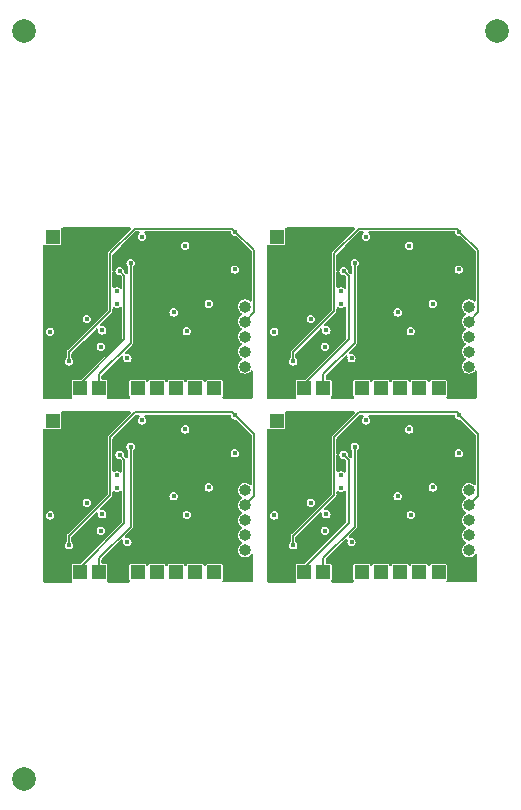
<source format=gbl>
G04 #@! TF.GenerationSoftware,KiCad,Pcbnew,7.0.2-6a45011f42~172~ubuntu22.04.1*
G04 #@! TF.CreationDate,2023-06-12T10:15:53+08:00*
G04 #@! TF.ProjectId,panel_2_2,70616e65-6c5f-4325-9f32-2e6b69636164,rev?*
G04 #@! TF.SameCoordinates,Original*
G04 #@! TF.FileFunction,Copper,L4,Bot*
G04 #@! TF.FilePolarity,Positive*
%FSLAX46Y46*%
G04 Gerber Fmt 4.6, Leading zero omitted, Abs format (unit mm)*
G04 Created by KiCad (PCBNEW 7.0.2-6a45011f42~172~ubuntu22.04.1) date 2023-06-12 10:15:53*
%MOMM*%
%LPD*%
G01*
G04 APERTURE LIST*
G04 #@! TA.AperFunction,ComponentPad*
%ADD10O,1.000000X1.000000*%
G04 #@! TD*
G04 #@! TA.AperFunction,ComponentPad*
%ADD11R,1.200000X1.200000*%
G04 #@! TD*
G04 #@! TA.AperFunction,SMDPad,CuDef*
%ADD12C,2.000000*%
G04 #@! TD*
G04 #@! TA.AperFunction,ViaPad*
%ADD13C,0.450000*%
G04 #@! TD*
G04 #@! TA.AperFunction,Conductor*
%ADD14C,0.200000*%
G04 #@! TD*
G04 APERTURE END LIST*
D10*
G04 #@! TO.P,J8,1,Pin_1*
G04 #@! TO.N,Board_3-RST*
X52644248Y-42218121D03*
G04 #@! TO.P,J8,2,Pin_2*
G04 #@! TO.N,Board_3-BOOT*
X52644248Y-43488121D03*
G04 #@! TO.P,J8,3,Pin_3*
G04 #@! TO.N,Board_3-D+*
X52644248Y-44758121D03*
G04 #@! TO.P,J8,4,Pin_4*
G04 #@! TO.N,Board_3-D-*
X52644248Y-46028121D03*
G04 #@! TO.P,J8,5,Pin_5*
G04 #@! TO.N,Board_3-+3V3*
X52644248Y-47298121D03*
G04 #@! TO.P,J8,6,Pin_6*
G04 #@! TO.N,Board_3-GND*
X52644248Y-48568121D03*
G04 #@! TD*
D11*
G04 #@! TO.P,J2,1,Pin_1*
G04 #@! TO.N,Board_3-NS_RST*
X43570000Y-49150000D03*
G04 #@! TD*
G04 #@! TO.P,J1,1,Pin_1*
G04 #@! TO.N,Board_0-NS_CPU*
X17440000Y-20760000D03*
G04 #@! TD*
G04 #@! TO.P,J7,1,Pin_1*
G04 #@! TO.N,Board_0-NS_SCL*
X19717500Y-33590000D03*
G04 #@! TD*
G04 #@! TO.P,J6,1,Pin_1*
G04 #@! TO.N,Board_2-NS_SDA*
X21350000Y-49150000D03*
G04 #@! TD*
G04 #@! TO.P,J3,1,Pin_1*
G04 #@! TO.N,Board_2-NS_CLK*
X26227500Y-49150000D03*
G04 #@! TD*
D10*
G04 #@! TO.P,J8,1,Pin_1*
G04 #@! TO.N,Board_0-RST*
X33674248Y-26658121D03*
G04 #@! TO.P,J8,2,Pin_2*
G04 #@! TO.N,Board_0-BOOT*
X33674248Y-27928121D03*
G04 #@! TO.P,J8,3,Pin_3*
G04 #@! TO.N,Board_0-D+*
X33674248Y-29198121D03*
G04 #@! TO.P,J8,4,Pin_4*
G04 #@! TO.N,Board_0-D-*
X33674248Y-30468121D03*
G04 #@! TO.P,J8,5,Pin_5*
G04 #@! TO.N,Board_0-+3V3*
X33674248Y-31738121D03*
G04 #@! TO.P,J8,6,Pin_6*
G04 #@! TO.N,Board_0-GND*
X33674248Y-33008121D03*
G04 #@! TD*
D11*
G04 #@! TO.P,J5,1,Pin_1*
G04 #@! TO.N,Board_1-NS_D0*
X48452500Y-33590000D03*
G04 #@! TD*
G04 #@! TO.P,J7,1,Pin_1*
G04 #@! TO.N,Board_2-NS_SCL*
X19717500Y-49150000D03*
G04 #@! TD*
G04 #@! TO.P,J10,1,Pin_1*
G04 #@! TO.N,Board_1-+3V3*
X50080000Y-33590000D03*
G04 #@! TD*
G04 #@! TO.P,J1,1,Pin_1*
G04 #@! TO.N,Board_2-NS_CPU*
X17440000Y-36320000D03*
G04 #@! TD*
D10*
G04 #@! TO.P,J8,1,Pin_1*
G04 #@! TO.N,Board_2-RST*
X33674248Y-42218121D03*
G04 #@! TO.P,J8,2,Pin_2*
G04 #@! TO.N,Board_2-BOOT*
X33674248Y-43488121D03*
G04 #@! TO.P,J8,3,Pin_3*
G04 #@! TO.N,Board_2-D+*
X33674248Y-44758121D03*
G04 #@! TO.P,J8,4,Pin_4*
G04 #@! TO.N,Board_2-D-*
X33674248Y-46028121D03*
G04 #@! TO.P,J8,5,Pin_5*
G04 #@! TO.N,Board_2-+3V3*
X33674248Y-47298121D03*
G04 #@! TO.P,J8,6,Pin_6*
G04 #@! TO.N,Board_2-GND*
X33674248Y-48568121D03*
G04 #@! TD*
D11*
G04 #@! TO.P,J10,1,Pin_1*
G04 #@! TO.N,Board_3-+3V3*
X50080000Y-49150000D03*
G04 #@! TD*
G04 #@! TO.P,J4,1,Pin_1*
G04 #@! TO.N,Board_0-NS_CMD*
X27855000Y-33590000D03*
G04 #@! TD*
G04 #@! TO.P,J2,1,Pin_1*
G04 #@! TO.N,Board_0-NS_RST*
X24600000Y-33590000D03*
G04 #@! TD*
G04 #@! TO.P,J4,1,Pin_1*
G04 #@! TO.N,Board_3-NS_CMD*
X46825000Y-49150000D03*
G04 #@! TD*
G04 #@! TO.P,J1,1,Pin_1*
G04 #@! TO.N,Board_3-NS_CPU*
X36410000Y-36320000D03*
G04 #@! TD*
G04 #@! TO.P,J7,1,Pin_1*
G04 #@! TO.N,Board_1-NS_SCL*
X38687500Y-33590000D03*
G04 #@! TD*
G04 #@! TO.P,J3,1,Pin_1*
G04 #@! TO.N,Board_0-NS_CLK*
X26227500Y-33590000D03*
G04 #@! TD*
G04 #@! TO.P,J9,1,Pin_1*
G04 #@! TO.N,Board_1-GND*
X41942500Y-33590000D03*
G04 #@! TD*
G04 #@! TO.P,J9,1,Pin_1*
G04 #@! TO.N,Board_3-GND*
X41942500Y-49150000D03*
G04 #@! TD*
G04 #@! TO.P,J5,1,Pin_1*
G04 #@! TO.N,Board_3-NS_D0*
X48452500Y-49150000D03*
G04 #@! TD*
G04 #@! TO.P,J2,1,Pin_1*
G04 #@! TO.N,Board_2-NS_RST*
X24600000Y-49150000D03*
G04 #@! TD*
G04 #@! TO.P,J10,1,Pin_1*
G04 #@! TO.N,Board_0-+3V3*
X31110000Y-33590000D03*
G04 #@! TD*
G04 #@! TO.P,J6,1,Pin_1*
G04 #@! TO.N,Board_1-NS_SDA*
X40320000Y-33590000D03*
G04 #@! TD*
G04 #@! TO.P,J2,1,Pin_1*
G04 #@! TO.N,Board_1-NS_RST*
X43570000Y-33590000D03*
G04 #@! TD*
G04 #@! TO.P,J1,1,Pin_1*
G04 #@! TO.N,Board_1-NS_CPU*
X36410000Y-20760000D03*
G04 #@! TD*
G04 #@! TO.P,J9,1,Pin_1*
G04 #@! TO.N,Board_0-GND*
X22972500Y-33590000D03*
G04 #@! TD*
G04 #@! TO.P,J5,1,Pin_1*
G04 #@! TO.N,Board_0-NS_D0*
X29482500Y-33590000D03*
G04 #@! TD*
D10*
G04 #@! TO.P,J8,1,Pin_1*
G04 #@! TO.N,Board_1-RST*
X52644248Y-26658121D03*
G04 #@! TO.P,J8,2,Pin_2*
G04 #@! TO.N,Board_1-BOOT*
X52644248Y-27928121D03*
G04 #@! TO.P,J8,3,Pin_3*
G04 #@! TO.N,Board_1-D+*
X52644248Y-29198121D03*
G04 #@! TO.P,J8,4,Pin_4*
G04 #@! TO.N,Board_1-D-*
X52644248Y-30468121D03*
G04 #@! TO.P,J8,5,Pin_5*
G04 #@! TO.N,Board_1-+3V3*
X52644248Y-31738121D03*
G04 #@! TO.P,J8,6,Pin_6*
G04 #@! TO.N,Board_1-GND*
X52644248Y-33008121D03*
G04 #@! TD*
D11*
G04 #@! TO.P,J9,1,Pin_1*
G04 #@! TO.N,Board_2-GND*
X22972500Y-49150000D03*
G04 #@! TD*
G04 #@! TO.P,J6,1,Pin_1*
G04 #@! TO.N,Board_0-NS_SDA*
X21350000Y-33590000D03*
G04 #@! TD*
G04 #@! TO.P,J4,1,Pin_1*
G04 #@! TO.N,Board_1-NS_CMD*
X46825000Y-33590000D03*
G04 #@! TD*
G04 #@! TO.P,J3,1,Pin_1*
G04 #@! TO.N,Board_1-NS_CLK*
X45197500Y-33590000D03*
G04 #@! TD*
G04 #@! TO.P,J4,1,Pin_1*
G04 #@! TO.N,Board_2-NS_CMD*
X27855000Y-49150000D03*
G04 #@! TD*
G04 #@! TO.P,J10,1,Pin_1*
G04 #@! TO.N,Board_2-+3V3*
X31110000Y-49150000D03*
G04 #@! TD*
G04 #@! TO.P,J6,1,Pin_1*
G04 #@! TO.N,Board_3-NS_SDA*
X40320000Y-49150000D03*
G04 #@! TD*
G04 #@! TO.P,J7,1,Pin_1*
G04 #@! TO.N,Board_3-NS_SCL*
X38687500Y-49150000D03*
G04 #@! TD*
G04 #@! TO.P,J5,1,Pin_1*
G04 #@! TO.N,Board_2-NS_D0*
X29482500Y-49150000D03*
G04 #@! TD*
G04 #@! TO.P,J3,1,Pin_1*
G04 #@! TO.N,Board_3-NS_CLK*
X45197500Y-49150000D03*
G04 #@! TD*
D12*
G04 #@! TO.P,REF\u002A\u002A,*
G04 #@! TO.N,*
X55000000Y-3350000D03*
G04 #@! TD*
G04 #@! TO.P,REF\u002A\u002A,*
G04 #@! TO.N,*
X15000000Y-66650000D03*
G04 #@! TD*
G04 #@! TO.P,REF\u002A\u002A,*
G04 #@! TO.N,*
X15000000Y-3350000D03*
G04 #@! TD*
D13*
G04 #@! TO.N,Board_0-+1V1*
X20300000Y-27710000D03*
X27650000Y-27155000D03*
X22860000Y-26435000D03*
G04 #@! TO.N,Board_0-+3V3*
X21490000Y-30070000D03*
X28765000Y-28740000D03*
X17190000Y-28780000D03*
X22850000Y-25380000D03*
X24965000Y-20740000D03*
X23740000Y-31030000D03*
X28630000Y-21500000D03*
X30620000Y-26410000D03*
X32820000Y-23520000D03*
G04 #@! TO.N,Board_0-BOOT*
X32880000Y-20310000D03*
X18800000Y-31310000D03*
G04 #@! TO.N,Board_0-GND*
X26760000Y-27640000D03*
X21730000Y-21860000D03*
X31950000Y-22200000D03*
G04 #@! TO.N,Board_0-NS_SCL*
X23070000Y-23650000D03*
G04 #@! TO.N,Board_0-NS_SDA*
X24010000Y-22970000D03*
G04 #@! TO.N,Board_0-RST*
X21610000Y-28680000D03*
G04 #@! TO.N,Board_1-+1V1*
X41830000Y-26435000D03*
X39270000Y-27710000D03*
X46620000Y-27155000D03*
G04 #@! TO.N,Board_1-+3V3*
X47735000Y-28740000D03*
X51790000Y-23520000D03*
X40460000Y-30070000D03*
X36160000Y-28780000D03*
X42710000Y-31030000D03*
X43935000Y-20740000D03*
X41820000Y-25380000D03*
X47600000Y-21500000D03*
X49590000Y-26410000D03*
G04 #@! TO.N,Board_1-BOOT*
X37770000Y-31310000D03*
X51850000Y-20310000D03*
G04 #@! TO.N,Board_1-GND*
X45730000Y-27640000D03*
X50920000Y-22200000D03*
X40700000Y-21860000D03*
G04 #@! TO.N,Board_1-NS_SCL*
X42040000Y-23650000D03*
G04 #@! TO.N,Board_1-NS_SDA*
X42980000Y-22970000D03*
G04 #@! TO.N,Board_1-RST*
X40580000Y-28680000D03*
G04 #@! TO.N,Board_2-+1V1*
X20300000Y-43270000D03*
X27650000Y-42715000D03*
X22860000Y-41995000D03*
G04 #@! TO.N,Board_2-+3V3*
X17190000Y-44340000D03*
X32820000Y-39080000D03*
X28765000Y-44300000D03*
X30620000Y-41970000D03*
X23740000Y-46590000D03*
X22850000Y-40940000D03*
X28630000Y-37060000D03*
X24965000Y-36300000D03*
X21490000Y-45630000D03*
G04 #@! TO.N,Board_2-BOOT*
X18800000Y-46870000D03*
X32880000Y-35870000D03*
G04 #@! TO.N,Board_2-GND*
X31950000Y-37760000D03*
X26760000Y-43200000D03*
X21730000Y-37420000D03*
G04 #@! TO.N,Board_2-NS_SCL*
X23070000Y-39210000D03*
G04 #@! TO.N,Board_2-NS_SDA*
X24010000Y-38530000D03*
G04 #@! TO.N,Board_2-RST*
X21610000Y-44240000D03*
G04 #@! TO.N,Board_3-+1V1*
X41830000Y-41995000D03*
X46620000Y-42715000D03*
X39270000Y-43270000D03*
G04 #@! TO.N,Board_3-+3V3*
X36160000Y-44340000D03*
X42710000Y-46590000D03*
X47600000Y-37060000D03*
X43935000Y-36300000D03*
X40460000Y-45630000D03*
X51790000Y-39080000D03*
X41820000Y-40940000D03*
X49590000Y-41970000D03*
X47735000Y-44300000D03*
G04 #@! TO.N,Board_3-BOOT*
X37770000Y-46870000D03*
X51850000Y-35870000D03*
G04 #@! TO.N,Board_3-GND*
X45730000Y-43200000D03*
X40700000Y-37420000D03*
X50920000Y-37760000D03*
G04 #@! TO.N,Board_3-NS_SCL*
X42040000Y-39210000D03*
G04 #@! TO.N,Board_3-NS_SDA*
X42980000Y-38530000D03*
G04 #@! TO.N,Board_3-RST*
X40580000Y-44240000D03*
G04 #@! TD*
D14*
G04 #@! TO.N,Board_0-BOOT*
X32630000Y-20060000D02*
X32880000Y-20310000D01*
X34474248Y-27128121D02*
X34474248Y-21904248D01*
X18800000Y-31310000D02*
X18800000Y-30510000D01*
X34474248Y-21904248D02*
X32880000Y-20310000D01*
X22280000Y-27030000D02*
X22280000Y-22150000D01*
X18800000Y-30510000D02*
X22280000Y-27030000D01*
X33674248Y-27928121D02*
X34474248Y-27128121D01*
X24370000Y-20060000D02*
X32630000Y-20060000D01*
X22280000Y-22150000D02*
X24370000Y-20060000D01*
G04 #@! TO.N,Board_0-NS_SCL*
X23090000Y-23650000D02*
X23490000Y-24050000D01*
X23070000Y-23650000D02*
X23090000Y-23650000D01*
X23490000Y-24050000D02*
X23490000Y-29420000D01*
X19717500Y-33192500D02*
X19717500Y-33590000D01*
X23490000Y-29420000D02*
X19717500Y-33192500D01*
G04 #@! TO.N,Board_0-NS_SDA*
X21350000Y-32390000D02*
X21350000Y-33590000D01*
X24010000Y-29730000D02*
X21350000Y-32390000D01*
X24010000Y-22970000D02*
X24010000Y-29730000D01*
G04 #@! TO.N,Board_1-BOOT*
X53444248Y-21904248D02*
X51850000Y-20310000D01*
X41250000Y-22150000D02*
X43340000Y-20060000D01*
X41250000Y-27030000D02*
X41250000Y-22150000D01*
X37770000Y-31310000D02*
X37770000Y-30510000D01*
X52644248Y-27928121D02*
X53444248Y-27128121D01*
X53444248Y-27128121D02*
X53444248Y-21904248D01*
X37770000Y-30510000D02*
X41250000Y-27030000D01*
X51600000Y-20060000D02*
X51850000Y-20310000D01*
X43340000Y-20060000D02*
X51600000Y-20060000D01*
G04 #@! TO.N,Board_1-NS_SCL*
X42040000Y-23650000D02*
X42060000Y-23650000D01*
X42060000Y-23650000D02*
X42460000Y-24050000D01*
X42460000Y-24050000D02*
X42460000Y-29420000D01*
X42460000Y-29420000D02*
X38687500Y-33192500D01*
X38687500Y-33192500D02*
X38687500Y-33590000D01*
G04 #@! TO.N,Board_1-NS_SDA*
X42980000Y-22970000D02*
X42980000Y-29730000D01*
X42980000Y-29730000D02*
X40320000Y-32390000D01*
X40320000Y-32390000D02*
X40320000Y-33590000D01*
G04 #@! TO.N,Board_2-BOOT*
X34474248Y-42688121D02*
X34474248Y-37464248D01*
X18800000Y-46070000D02*
X22280000Y-42590000D01*
X22280000Y-37710000D02*
X24370000Y-35620000D01*
X34474248Y-37464248D02*
X32880000Y-35870000D01*
X32630000Y-35620000D02*
X32880000Y-35870000D01*
X22280000Y-42590000D02*
X22280000Y-37710000D01*
X33674248Y-43488121D02*
X34474248Y-42688121D01*
X18800000Y-46870000D02*
X18800000Y-46070000D01*
X24370000Y-35620000D02*
X32630000Y-35620000D01*
G04 #@! TO.N,Board_2-NS_SCL*
X23490000Y-44980000D02*
X19717500Y-48752500D01*
X19717500Y-48752500D02*
X19717500Y-49150000D01*
X23090000Y-39210000D02*
X23490000Y-39610000D01*
X23490000Y-39610000D02*
X23490000Y-44980000D01*
X23070000Y-39210000D02*
X23090000Y-39210000D01*
G04 #@! TO.N,Board_2-NS_SDA*
X24010000Y-38530000D02*
X24010000Y-45290000D01*
X24010000Y-45290000D02*
X21350000Y-47950000D01*
X21350000Y-47950000D02*
X21350000Y-49150000D01*
G04 #@! TO.N,Board_3-BOOT*
X37770000Y-46870000D02*
X37770000Y-46070000D01*
X52644248Y-43488121D02*
X53444248Y-42688121D01*
X43340000Y-35620000D02*
X51600000Y-35620000D01*
X53444248Y-37464248D02*
X51850000Y-35870000D01*
X41250000Y-37710000D02*
X43340000Y-35620000D01*
X41250000Y-42590000D02*
X41250000Y-37710000D01*
X53444248Y-42688121D02*
X53444248Y-37464248D01*
X37770000Y-46070000D02*
X41250000Y-42590000D01*
X51600000Y-35620000D02*
X51850000Y-35870000D01*
G04 #@! TO.N,Board_3-NS_SCL*
X42040000Y-39210000D02*
X42060000Y-39210000D01*
X42060000Y-39210000D02*
X42460000Y-39610000D01*
X38687500Y-48752500D02*
X38687500Y-49150000D01*
X42460000Y-44980000D02*
X38687500Y-48752500D01*
X42460000Y-39610000D02*
X42460000Y-44980000D01*
G04 #@! TO.N,Board_3-NS_SDA*
X42980000Y-38530000D02*
X42980000Y-45290000D01*
X42980000Y-45290000D02*
X40320000Y-47950000D01*
X40320000Y-47950000D02*
X40320000Y-49150000D01*
G04 #@! TD*
G04 #@! TA.AperFunction,Conductor*
G04 #@! TO.N,Board_3-GND*
G36*
X42953230Y-35522555D02*
G01*
X42999813Y-35576133D01*
X43010036Y-35646390D01*
X42980651Y-35711020D01*
X42974383Y-35717763D01*
X41153965Y-37538181D01*
X41132779Y-37553215D01*
X41112958Y-37578069D01*
X41103556Y-37588590D01*
X41100984Y-37591161D01*
X41099051Y-37594239D01*
X41090882Y-37605752D01*
X41071063Y-37630605D01*
X41067332Y-37639614D01*
X41063772Y-37671198D01*
X41061410Y-37685104D01*
X41060600Y-37688655D01*
X41060600Y-37692286D01*
X41059808Y-37706393D01*
X41056249Y-37737980D01*
X41060600Y-37763588D01*
X41060600Y-42459357D01*
X41040598Y-42527478D01*
X41023695Y-42548452D01*
X37673965Y-45898181D01*
X37652779Y-45913215D01*
X37632958Y-45938069D01*
X37623556Y-45948590D01*
X37620984Y-45951161D01*
X37619051Y-45954239D01*
X37610882Y-45965752D01*
X37591063Y-45990605D01*
X37587332Y-45999614D01*
X37583772Y-46031198D01*
X37581410Y-46045104D01*
X37580600Y-46048655D01*
X37580600Y-46052286D01*
X37579808Y-46066393D01*
X37576249Y-46097980D01*
X37580600Y-46123588D01*
X37580600Y-46511526D01*
X37560598Y-46579647D01*
X37543696Y-46600621D01*
X37482905Y-46661412D01*
X37432500Y-46760338D01*
X37415130Y-46869999D01*
X37432500Y-46979661D01*
X37482906Y-47078589D01*
X37561410Y-47157093D01*
X37561412Y-47157094D01*
X37561413Y-47157095D01*
X37660339Y-47207500D01*
X37770000Y-47224869D01*
X37879661Y-47207500D01*
X37978587Y-47157095D01*
X38057095Y-47078587D01*
X38107500Y-46979661D01*
X38124869Y-46870000D01*
X38124843Y-46869839D01*
X38113558Y-46798587D01*
X38107500Y-46760339D01*
X38057095Y-46661413D01*
X38057094Y-46661412D01*
X38057093Y-46661410D01*
X37996305Y-46600622D01*
X37962279Y-46538310D01*
X37959400Y-46511527D01*
X37959400Y-46200641D01*
X37979402Y-46132520D01*
X37996305Y-46111546D01*
X38477852Y-45629999D01*
X40105130Y-45629999D01*
X40122500Y-45739661D01*
X40172906Y-45838589D01*
X40251410Y-45917093D01*
X40251412Y-45917094D01*
X40251413Y-45917095D01*
X40350339Y-45967500D01*
X40460000Y-45984869D01*
X40569661Y-45967500D01*
X40668587Y-45917095D01*
X40747095Y-45838587D01*
X40797500Y-45739661D01*
X40814869Y-45630000D01*
X40797500Y-45520339D01*
X40747095Y-45421413D01*
X40747094Y-45421412D01*
X40747093Y-45421410D01*
X40668589Y-45342906D01*
X40569661Y-45292500D01*
X40460000Y-45275130D01*
X40350338Y-45292500D01*
X40251410Y-45342906D01*
X40172906Y-45421410D01*
X40122500Y-45520338D01*
X40105130Y-45629999D01*
X38477852Y-45629999D01*
X39003749Y-45104102D01*
X40018162Y-44089688D01*
X40080472Y-44055665D01*
X40151287Y-44060729D01*
X40208123Y-44103276D01*
X40232934Y-44169796D01*
X40231704Y-44198495D01*
X40225130Y-44239998D01*
X40242500Y-44349661D01*
X40292906Y-44448589D01*
X40371410Y-44527093D01*
X40371412Y-44527094D01*
X40371413Y-44527095D01*
X40470339Y-44577500D01*
X40580000Y-44594869D01*
X40689661Y-44577500D01*
X40788587Y-44527095D01*
X40867095Y-44448587D01*
X40917500Y-44349661D01*
X40934869Y-44240000D01*
X40917500Y-44130339D01*
X40867095Y-44031413D01*
X40867094Y-44031412D01*
X40867093Y-44031410D01*
X40788589Y-43952906D01*
X40689661Y-43902500D01*
X40579998Y-43885130D01*
X40538495Y-43891704D01*
X40468084Y-43882604D01*
X40413770Y-43836882D01*
X40392798Y-43769053D01*
X40411826Y-43700654D01*
X40429686Y-43678164D01*
X41346031Y-42761819D01*
X41367216Y-42746788D01*
X41371123Y-42741888D01*
X41371126Y-42741887D01*
X41387038Y-42721933D01*
X41396450Y-42711401D01*
X41399016Y-42708836D01*
X41400944Y-42705766D01*
X41409125Y-42694237D01*
X41428944Y-42669386D01*
X41432665Y-42660401D01*
X41433367Y-42654166D01*
X41433369Y-42654164D01*
X41436227Y-42628796D01*
X41438591Y-42614884D01*
X41439400Y-42611341D01*
X41439400Y-42607713D01*
X41440192Y-42593605D01*
X41443049Y-42568249D01*
X41443048Y-42568247D01*
X41443750Y-42562020D01*
X41439400Y-42536412D01*
X41439400Y-42394968D01*
X41459402Y-42326847D01*
X41513058Y-42280354D01*
X41583332Y-42270250D01*
X41622601Y-42282700D01*
X41720339Y-42332500D01*
X41812629Y-42347117D01*
X41829999Y-42349869D01*
X41829999Y-42349868D01*
X41830000Y-42349869D01*
X41939661Y-42332500D01*
X42038587Y-42282095D01*
X42041918Y-42278764D01*
X42055505Y-42265178D01*
X42117817Y-42231152D01*
X42188632Y-42236217D01*
X42245468Y-42278764D01*
X42270279Y-42345284D01*
X42270600Y-42354273D01*
X42270600Y-44849357D01*
X42250598Y-44917478D01*
X42233695Y-44938452D01*
X38759551Y-48412595D01*
X38697239Y-48446621D01*
X38670456Y-48449500D01*
X38077602Y-48449500D01*
X38048287Y-48455331D01*
X38015043Y-48477543D01*
X37992830Y-48510787D01*
X37987000Y-48540100D01*
X37987000Y-49759897D01*
X37991671Y-49783382D01*
X37992831Y-49789213D01*
X38015043Y-49822457D01*
X38015044Y-49822457D01*
X38023429Y-49835007D01*
X38044643Y-49902760D01*
X38025859Y-49971227D01*
X37973041Y-50018670D01*
X37918875Y-50031008D01*
X35676342Y-50034787D01*
X35608188Y-50014900D01*
X35561605Y-49961322D01*
X35550130Y-49908659D01*
X35555855Y-44366987D01*
X35563054Y-44342561D01*
X35560694Y-44337191D01*
X35804010Y-44337191D01*
X35806304Y-44347407D01*
X35822500Y-44449661D01*
X35872906Y-44548589D01*
X35951410Y-44627093D01*
X35951412Y-44627094D01*
X35951413Y-44627095D01*
X36050339Y-44677500D01*
X36142629Y-44692117D01*
X36159999Y-44694869D01*
X36159999Y-44694868D01*
X36160000Y-44694869D01*
X36269661Y-44677500D01*
X36368587Y-44627095D01*
X36447095Y-44548587D01*
X36497500Y-44449661D01*
X36514869Y-44340000D01*
X36514413Y-44337124D01*
X36508533Y-44299999D01*
X36497500Y-44230339D01*
X36447095Y-44131413D01*
X36447094Y-44131412D01*
X36447093Y-44131410D01*
X36368589Y-44052906D01*
X36269661Y-44002500D01*
X36160000Y-43985130D01*
X36050338Y-44002500D01*
X35951410Y-44052906D01*
X35872906Y-44131410D01*
X35822500Y-44230338D01*
X35806360Y-44332236D01*
X35804010Y-44337191D01*
X35560694Y-44337191D01*
X35556950Y-44328672D01*
X35555911Y-44312406D01*
X35556988Y-43269999D01*
X38915130Y-43269999D01*
X38932500Y-43379661D01*
X38982906Y-43478589D01*
X39061410Y-43557093D01*
X39061412Y-43557094D01*
X39061413Y-43557095D01*
X39160339Y-43607500D01*
X39270000Y-43624869D01*
X39379661Y-43607500D01*
X39478587Y-43557095D01*
X39557095Y-43478587D01*
X39607500Y-43379661D01*
X39624869Y-43270000D01*
X39607500Y-43160339D01*
X39557095Y-43061413D01*
X39557094Y-43061412D01*
X39557093Y-43061410D01*
X39478589Y-42982906D01*
X39379661Y-42932500D01*
X39270000Y-42915130D01*
X39160338Y-42932500D01*
X39061410Y-42982906D01*
X38982906Y-43061410D01*
X38932500Y-43160338D01*
X38915130Y-43269999D01*
X35556988Y-43269999D01*
X35563350Y-37111662D01*
X35583422Y-37043564D01*
X35637126Y-36997126D01*
X35707411Y-36987095D01*
X35759350Y-37007027D01*
X35770787Y-37014669D01*
X35800101Y-37020500D01*
X37019898Y-37020499D01*
X37049213Y-37014669D01*
X37082457Y-36992457D01*
X37104669Y-36959213D01*
X37110500Y-36929899D01*
X37110499Y-35710102D01*
X37104669Y-35680787D01*
X37104668Y-35680786D01*
X37101088Y-35662781D01*
X37107419Y-35592067D01*
X37150975Y-35536001D01*
X37217929Y-35512384D01*
X37224427Y-35512204D01*
X42885081Y-35502669D01*
X42953230Y-35522555D01*
G37*
G04 #@! TD.AperFunction*
G04 #@! TA.AperFunction,Conductor*
G36*
X43693848Y-35829402D02*
G01*
X43740341Y-35883058D01*
X43750445Y-35953332D01*
X43720951Y-36017912D01*
X43714822Y-36024495D01*
X43647906Y-36091410D01*
X43597500Y-36190338D01*
X43580130Y-36299999D01*
X43597500Y-36409661D01*
X43647906Y-36508589D01*
X43726410Y-36587093D01*
X43726412Y-36587094D01*
X43726413Y-36587095D01*
X43825339Y-36637500D01*
X43935000Y-36654869D01*
X44044661Y-36637500D01*
X44143587Y-36587095D01*
X44222095Y-36508587D01*
X44272500Y-36409661D01*
X44289869Y-36300000D01*
X44272500Y-36190339D01*
X44222095Y-36091413D01*
X44222094Y-36091412D01*
X44222093Y-36091410D01*
X44155178Y-36024495D01*
X44121152Y-35962183D01*
X44126217Y-35891368D01*
X44168764Y-35834532D01*
X44235284Y-35809721D01*
X44244273Y-35809400D01*
X51377919Y-35809400D01*
X51446040Y-35829402D01*
X51492533Y-35883058D01*
X51502368Y-35915689D01*
X51512500Y-35979661D01*
X51562906Y-36078589D01*
X51641410Y-36157093D01*
X51641412Y-36157094D01*
X51641413Y-36157095D01*
X51740339Y-36207500D01*
X51850000Y-36224869D01*
X51850001Y-36224868D01*
X51850002Y-36224869D01*
X51861709Y-36223015D01*
X51932120Y-36232113D01*
X51970516Y-36258368D01*
X53217943Y-37505795D01*
X53251969Y-37568107D01*
X53254848Y-37594890D01*
X53254848Y-41674234D01*
X53234846Y-41742355D01*
X53181190Y-41788848D01*
X53110916Y-41798952D01*
X53052144Y-41774196D01*
X52947090Y-41693585D01*
X52801009Y-41633076D01*
X52644248Y-41612439D01*
X52487486Y-41633076D01*
X52341405Y-41693585D01*
X52215965Y-41789838D01*
X52119712Y-41915278D01*
X52059203Y-42061359D01*
X52038566Y-42218121D01*
X52059203Y-42374882D01*
X52119712Y-42520963D01*
X52215965Y-42646403D01*
X52354567Y-42752756D01*
X52351662Y-42756541D01*
X52382358Y-42781295D01*
X52404756Y-42848666D01*
X52387175Y-42917452D01*
X52352016Y-42950162D01*
X52354567Y-42953486D01*
X52215965Y-43059838D01*
X52119712Y-43185278D01*
X52059203Y-43331359D01*
X52038566Y-43488121D01*
X52059203Y-43644882D01*
X52119712Y-43790963D01*
X52215965Y-43916403D01*
X52354567Y-44022756D01*
X52351660Y-44026543D01*
X52382295Y-44051203D01*
X52404752Y-44118555D01*
X52387232Y-44187355D01*
X52352023Y-44220171D01*
X52354567Y-44223486D01*
X52215965Y-44329838D01*
X52119712Y-44455278D01*
X52059203Y-44601359D01*
X52038566Y-44758121D01*
X52059203Y-44914882D01*
X52119712Y-45060963D01*
X52215965Y-45186403D01*
X52354567Y-45292756D01*
X52351662Y-45296541D01*
X52382358Y-45321295D01*
X52404756Y-45388666D01*
X52387175Y-45457452D01*
X52352016Y-45490162D01*
X52354567Y-45493486D01*
X52215965Y-45599838D01*
X52119712Y-45725278D01*
X52059203Y-45871359D01*
X52038566Y-46028120D01*
X52059203Y-46184882D01*
X52119712Y-46330963D01*
X52215965Y-46456403D01*
X52354567Y-46562756D01*
X52351660Y-46566543D01*
X52382295Y-46591203D01*
X52404752Y-46658555D01*
X52387232Y-46727355D01*
X52352023Y-46760171D01*
X52354567Y-46763486D01*
X52215965Y-46869838D01*
X52119712Y-46995278D01*
X52059203Y-47141359D01*
X52038566Y-47298121D01*
X52059203Y-47454882D01*
X52119712Y-47600963D01*
X52215965Y-47726403D01*
X52341405Y-47822656D01*
X52341406Y-47822656D01*
X52341407Y-47822657D01*
X52487486Y-47883165D01*
X52644248Y-47903803D01*
X52801010Y-47883165D01*
X52947089Y-47822657D01*
X53072530Y-47726403D01*
X53132178Y-47648666D01*
X53189514Y-47606802D01*
X53260385Y-47602580D01*
X53322288Y-47637344D01*
X53355569Y-47700056D01*
X53358139Y-47725547D01*
X53355173Y-49879385D01*
X53335077Y-49947478D01*
X53281357Y-49993897D01*
X53229385Y-50005211D01*
X50863621Y-50009197D01*
X50795467Y-49989310D01*
X50748884Y-49935732D01*
X50738661Y-49865475D01*
X50758643Y-49813197D01*
X50774669Y-49789213D01*
X50780500Y-49759899D01*
X50780499Y-48540102D01*
X50774669Y-48510787D01*
X50752457Y-48477543D01*
X50719213Y-48455331D01*
X50719212Y-48455330D01*
X50689899Y-48449500D01*
X49470102Y-48449500D01*
X49440787Y-48455331D01*
X49407543Y-48477543D01*
X49371407Y-48531626D01*
X49368212Y-48529491D01*
X49356907Y-48551095D01*
X49295206Y-48586217D01*
X49224312Y-48582405D01*
X49166733Y-48540870D01*
X49162182Y-48530900D01*
X49161094Y-48531628D01*
X49147169Y-48510787D01*
X49124957Y-48477543D01*
X49091713Y-48455331D01*
X49091712Y-48455330D01*
X49062399Y-48449500D01*
X47842602Y-48449500D01*
X47813287Y-48455331D01*
X47780043Y-48477543D01*
X47743907Y-48531626D01*
X47740712Y-48529491D01*
X47729407Y-48551095D01*
X47667706Y-48586217D01*
X47596812Y-48582405D01*
X47539233Y-48540870D01*
X47534682Y-48530900D01*
X47533594Y-48531628D01*
X47519669Y-48510787D01*
X47497457Y-48477543D01*
X47464213Y-48455331D01*
X47464212Y-48455330D01*
X47434899Y-48449500D01*
X46215102Y-48449500D01*
X46185787Y-48455331D01*
X46152543Y-48477543D01*
X46116407Y-48531626D01*
X46113212Y-48529491D01*
X46101907Y-48551095D01*
X46040206Y-48586217D01*
X45969312Y-48582405D01*
X45911733Y-48540870D01*
X45907182Y-48530900D01*
X45906094Y-48531628D01*
X45892169Y-48510787D01*
X45869957Y-48477543D01*
X45836713Y-48455331D01*
X45836712Y-48455330D01*
X45807399Y-48449500D01*
X44587602Y-48449500D01*
X44558287Y-48455331D01*
X44525043Y-48477543D01*
X44488907Y-48531626D01*
X44485712Y-48529491D01*
X44474407Y-48551095D01*
X44412706Y-48586217D01*
X44341812Y-48582405D01*
X44284233Y-48540870D01*
X44279682Y-48530900D01*
X44278594Y-48531628D01*
X44264669Y-48510787D01*
X44242457Y-48477543D01*
X44209213Y-48455331D01*
X44209212Y-48455330D01*
X44179899Y-48449500D01*
X42960102Y-48449500D01*
X42930787Y-48455331D01*
X42897543Y-48477543D01*
X42875330Y-48510787D01*
X42869500Y-48540100D01*
X42869500Y-49759897D01*
X42874171Y-49783381D01*
X42875331Y-49789213D01*
X42891354Y-49813194D01*
X42900439Y-49826791D01*
X42921652Y-49894544D01*
X42902868Y-49963011D01*
X42850049Y-50010453D01*
X42795884Y-50022791D01*
X41092621Y-50025661D01*
X41024467Y-50005774D01*
X40977884Y-49952196D01*
X40967661Y-49881940D01*
X40987644Y-49829659D01*
X40992455Y-49822458D01*
X40992457Y-49822457D01*
X41014669Y-49789213D01*
X41020500Y-49759899D01*
X41020499Y-48540102D01*
X41014669Y-48510787D01*
X40992457Y-48477543D01*
X40959213Y-48455331D01*
X40959212Y-48455330D01*
X40929900Y-48449500D01*
X40929899Y-48449500D01*
X40635400Y-48449500D01*
X40567279Y-48429498D01*
X40520786Y-48375842D01*
X40509400Y-48323500D01*
X40509400Y-48080640D01*
X40529402Y-48012519D01*
X40546300Y-47991550D01*
X42157572Y-46380278D01*
X42219882Y-46346254D01*
X42290697Y-46351319D01*
X42347533Y-46393866D01*
X42372344Y-46460386D01*
X42371114Y-46489086D01*
X42355130Y-46589999D01*
X42372500Y-46699661D01*
X42422906Y-46798589D01*
X42501410Y-46877093D01*
X42501412Y-46877094D01*
X42501413Y-46877095D01*
X42600339Y-46927500D01*
X42710000Y-46944869D01*
X42819661Y-46927500D01*
X42918587Y-46877095D01*
X42997095Y-46798587D01*
X43047500Y-46699661D01*
X43064869Y-46590000D01*
X43047500Y-46480339D01*
X42997095Y-46381413D01*
X42997094Y-46381412D01*
X42997093Y-46381410D01*
X42918589Y-46302906D01*
X42819661Y-46252500D01*
X42709999Y-46235130D01*
X42609086Y-46251114D01*
X42538675Y-46242014D01*
X42484361Y-46196292D01*
X42463388Y-46128464D01*
X42482415Y-46060065D01*
X42500276Y-46037574D01*
X43076031Y-45461819D01*
X43097216Y-45446788D01*
X43101123Y-45441888D01*
X43101126Y-45441887D01*
X43117038Y-45421933D01*
X43126450Y-45411401D01*
X43129016Y-45408836D01*
X43130944Y-45405766D01*
X43139125Y-45394237D01*
X43158944Y-45369386D01*
X43162665Y-45360401D01*
X43163367Y-45354166D01*
X43163369Y-45354164D01*
X43166227Y-45328796D01*
X43168591Y-45314884D01*
X43169400Y-45311341D01*
X43169400Y-45307713D01*
X43170192Y-45293605D01*
X43170288Y-45292756D01*
X43173049Y-45268249D01*
X43173048Y-45268247D01*
X43173750Y-45262020D01*
X43169400Y-45236412D01*
X43169400Y-44299999D01*
X47380130Y-44299999D01*
X47397500Y-44409661D01*
X47447906Y-44508589D01*
X47526410Y-44587093D01*
X47526412Y-44587094D01*
X47526413Y-44587095D01*
X47625339Y-44637500D01*
X47735000Y-44654869D01*
X47844661Y-44637500D01*
X47943587Y-44587095D01*
X48022095Y-44508587D01*
X48072500Y-44409661D01*
X48089869Y-44300000D01*
X48072500Y-44190339D01*
X48022095Y-44091413D01*
X48022094Y-44091412D01*
X48022093Y-44091410D01*
X47943589Y-44012906D01*
X47844661Y-43962500D01*
X47735000Y-43945130D01*
X47625338Y-43962500D01*
X47526410Y-44012906D01*
X47447906Y-44091410D01*
X47397500Y-44190338D01*
X47380130Y-44299999D01*
X43169400Y-44299999D01*
X43169400Y-42715000D01*
X46265130Y-42715000D01*
X46282500Y-42824661D01*
X46332906Y-42923589D01*
X46411410Y-43002093D01*
X46411412Y-43002094D01*
X46411413Y-43002095D01*
X46510339Y-43052500D01*
X46620000Y-43069869D01*
X46729661Y-43052500D01*
X46828587Y-43002095D01*
X46907095Y-42923587D01*
X46957500Y-42824661D01*
X46974869Y-42715000D01*
X46957500Y-42605339D01*
X46907095Y-42506413D01*
X46907094Y-42506412D01*
X46907093Y-42506410D01*
X46828589Y-42427906D01*
X46729661Y-42377500D01*
X46620000Y-42360130D01*
X46510338Y-42377500D01*
X46411410Y-42427906D01*
X46332906Y-42506410D01*
X46282500Y-42605338D01*
X46265130Y-42715000D01*
X43169400Y-42715000D01*
X43169400Y-41970000D01*
X49235130Y-41970000D01*
X49252500Y-42079661D01*
X49302906Y-42178589D01*
X49381410Y-42257093D01*
X49381412Y-42257094D01*
X49381413Y-42257095D01*
X49480339Y-42307500D01*
X49572629Y-42322117D01*
X49589999Y-42324869D01*
X49589999Y-42324868D01*
X49590000Y-42324869D01*
X49699661Y-42307500D01*
X49798587Y-42257095D01*
X49877095Y-42178587D01*
X49927500Y-42079661D01*
X49944869Y-41970000D01*
X49927500Y-41860339D01*
X49877095Y-41761413D01*
X49877094Y-41761412D01*
X49877093Y-41761410D01*
X49798589Y-41682906D01*
X49699661Y-41632500D01*
X49589999Y-41615130D01*
X49480338Y-41632500D01*
X49381410Y-41682906D01*
X49302906Y-41761410D01*
X49252500Y-41860338D01*
X49235130Y-41970000D01*
X43169400Y-41970000D01*
X43169400Y-39080000D01*
X51435130Y-39080000D01*
X51452500Y-39189661D01*
X51502906Y-39288589D01*
X51581410Y-39367093D01*
X51581412Y-39367094D01*
X51581413Y-39367095D01*
X51680339Y-39417500D01*
X51790000Y-39434869D01*
X51899661Y-39417500D01*
X51998587Y-39367095D01*
X52077095Y-39288587D01*
X52127500Y-39189661D01*
X52144869Y-39080000D01*
X52127500Y-38970339D01*
X52077095Y-38871413D01*
X52077094Y-38871412D01*
X52077093Y-38871410D01*
X51998589Y-38792906D01*
X51899661Y-38742500D01*
X51790000Y-38725130D01*
X51680338Y-38742500D01*
X51581410Y-38792906D01*
X51502906Y-38871410D01*
X51452500Y-38970338D01*
X51435130Y-39080000D01*
X43169400Y-39080000D01*
X43169400Y-38888473D01*
X43189402Y-38820352D01*
X43206305Y-38799378D01*
X43267093Y-38738589D01*
X43267095Y-38738587D01*
X43317500Y-38639661D01*
X43334869Y-38530000D01*
X43317500Y-38420339D01*
X43267095Y-38321413D01*
X43267094Y-38321412D01*
X43267093Y-38321410D01*
X43188589Y-38242906D01*
X43089661Y-38192500D01*
X42980000Y-38175130D01*
X42870338Y-38192500D01*
X42771410Y-38242906D01*
X42692906Y-38321410D01*
X42642500Y-38420338D01*
X42625130Y-38529999D01*
X42642500Y-38639661D01*
X42692906Y-38738589D01*
X42753695Y-38799378D01*
X42787721Y-38861690D01*
X42790600Y-38888473D01*
X42790600Y-39360697D01*
X42770598Y-39428818D01*
X42716942Y-39475311D01*
X42646668Y-39485415D01*
X42608326Y-39467904D01*
X42607033Y-39470590D01*
X42590452Y-39462604D01*
X42556032Y-39438180D01*
X42431102Y-39313250D01*
X42397076Y-39250938D01*
X42396137Y-39218006D01*
X42394617Y-39208412D01*
X42377500Y-39100339D01*
X42327095Y-39001413D01*
X42327094Y-39001412D01*
X42327093Y-39001410D01*
X42248589Y-38922906D01*
X42149661Y-38872500D01*
X42039999Y-38855130D01*
X41930338Y-38872500D01*
X41831410Y-38922906D01*
X41752906Y-39001410D01*
X41702500Y-39100338D01*
X41689849Y-39180212D01*
X41676394Y-39208593D01*
X41686296Y-39224000D01*
X41689849Y-39239787D01*
X41702500Y-39319661D01*
X41752906Y-39418589D01*
X41831410Y-39497093D01*
X41831412Y-39497094D01*
X41831413Y-39497095D01*
X41930339Y-39547500D01*
X42040000Y-39564869D01*
X42040000Y-39564868D01*
X42040001Y-39564869D01*
X42068973Y-39560280D01*
X42139384Y-39569378D01*
X42177781Y-39595633D01*
X42233695Y-39651547D01*
X42267721Y-39713859D01*
X42270600Y-39740642D01*
X42270600Y-40590726D01*
X42250598Y-40658847D01*
X42196942Y-40705340D01*
X42126668Y-40715444D01*
X42062088Y-40685950D01*
X42055506Y-40679823D01*
X42028587Y-40652905D01*
X41929661Y-40602500D01*
X41820000Y-40585130D01*
X41710336Y-40602500D01*
X41622602Y-40647203D01*
X41552825Y-40660307D01*
X41487041Y-40633606D01*
X41446135Y-40575579D01*
X41439400Y-40534936D01*
X41439400Y-39259498D01*
X41454400Y-39208412D01*
X41440439Y-39176649D01*
X41439400Y-39160501D01*
X41439400Y-37840642D01*
X41459402Y-37772521D01*
X41476305Y-37751547D01*
X42167852Y-37060000D01*
X47245130Y-37060000D01*
X47262500Y-37169661D01*
X47312906Y-37268589D01*
X47391410Y-37347093D01*
X47391412Y-37347094D01*
X47391413Y-37347095D01*
X47490339Y-37397500D01*
X47582629Y-37412117D01*
X47599999Y-37414869D01*
X47599999Y-37414868D01*
X47600000Y-37414869D01*
X47709661Y-37397500D01*
X47808587Y-37347095D01*
X47887095Y-37268587D01*
X47937500Y-37169661D01*
X47954869Y-37060000D01*
X47937500Y-36950339D01*
X47887095Y-36851413D01*
X47887094Y-36851412D01*
X47887093Y-36851410D01*
X47808589Y-36772906D01*
X47709661Y-36722500D01*
X47600000Y-36705130D01*
X47490338Y-36722500D01*
X47391410Y-36772906D01*
X47312906Y-36851410D01*
X47262500Y-36950338D01*
X47245130Y-37060000D01*
X42167852Y-37060000D01*
X43381547Y-35846305D01*
X43443859Y-35812279D01*
X43470642Y-35809400D01*
X43625727Y-35809400D01*
X43693848Y-35829402D01*
G37*
G04 #@! TD.AperFunction*
G04 #@! TD*
G04 #@! TA.AperFunction,Conductor*
G04 #@! TO.N,Board_1-GND*
G36*
X42953230Y-19962555D02*
G01*
X42999813Y-20016133D01*
X43010036Y-20086390D01*
X42980651Y-20151020D01*
X42974383Y-20157763D01*
X41153965Y-21978181D01*
X41132779Y-21993215D01*
X41112958Y-22018069D01*
X41103556Y-22028590D01*
X41100984Y-22031161D01*
X41099051Y-22034239D01*
X41090882Y-22045752D01*
X41071063Y-22070605D01*
X41067332Y-22079614D01*
X41063772Y-22111198D01*
X41061410Y-22125104D01*
X41060600Y-22128655D01*
X41060600Y-22132286D01*
X41059808Y-22146393D01*
X41056249Y-22177980D01*
X41060600Y-22203588D01*
X41060600Y-26899357D01*
X41040598Y-26967478D01*
X41023695Y-26988452D01*
X37673965Y-30338181D01*
X37652779Y-30353215D01*
X37632958Y-30378069D01*
X37623556Y-30388590D01*
X37620984Y-30391161D01*
X37619051Y-30394239D01*
X37610882Y-30405752D01*
X37591063Y-30430605D01*
X37587332Y-30439614D01*
X37583772Y-30471198D01*
X37581410Y-30485104D01*
X37580600Y-30488655D01*
X37580600Y-30492286D01*
X37579808Y-30506393D01*
X37576249Y-30537980D01*
X37580600Y-30563588D01*
X37580600Y-30951526D01*
X37560598Y-31019647D01*
X37543696Y-31040621D01*
X37482905Y-31101412D01*
X37432500Y-31200338D01*
X37415130Y-31309999D01*
X37432500Y-31419661D01*
X37482906Y-31518589D01*
X37561410Y-31597093D01*
X37561412Y-31597094D01*
X37561413Y-31597095D01*
X37660339Y-31647500D01*
X37770000Y-31664869D01*
X37879661Y-31647500D01*
X37978587Y-31597095D01*
X38057095Y-31518587D01*
X38107500Y-31419661D01*
X38124869Y-31310000D01*
X38124843Y-31309839D01*
X38113558Y-31238587D01*
X38107500Y-31200339D01*
X38057095Y-31101413D01*
X38057094Y-31101412D01*
X38057093Y-31101410D01*
X37996305Y-31040622D01*
X37962279Y-30978310D01*
X37959400Y-30951527D01*
X37959400Y-30640641D01*
X37979402Y-30572520D01*
X37996305Y-30551546D01*
X38477852Y-30069999D01*
X40105130Y-30069999D01*
X40122500Y-30179661D01*
X40172906Y-30278589D01*
X40251410Y-30357093D01*
X40251412Y-30357094D01*
X40251413Y-30357095D01*
X40350339Y-30407500D01*
X40460000Y-30424869D01*
X40569661Y-30407500D01*
X40668587Y-30357095D01*
X40747095Y-30278587D01*
X40797500Y-30179661D01*
X40814869Y-30070000D01*
X40797500Y-29960339D01*
X40747095Y-29861413D01*
X40747094Y-29861412D01*
X40747093Y-29861410D01*
X40668589Y-29782906D01*
X40569661Y-29732500D01*
X40460000Y-29715130D01*
X40350338Y-29732500D01*
X40251410Y-29782906D01*
X40172906Y-29861410D01*
X40122500Y-29960338D01*
X40105130Y-30069999D01*
X38477852Y-30069999D01*
X39003749Y-29544102D01*
X40018162Y-28529688D01*
X40080472Y-28495665D01*
X40151287Y-28500729D01*
X40208123Y-28543276D01*
X40232934Y-28609796D01*
X40231704Y-28638495D01*
X40225130Y-28679998D01*
X40242500Y-28789661D01*
X40292906Y-28888589D01*
X40371410Y-28967093D01*
X40371412Y-28967094D01*
X40371413Y-28967095D01*
X40470339Y-29017500D01*
X40580000Y-29034869D01*
X40689661Y-29017500D01*
X40788587Y-28967095D01*
X40867095Y-28888587D01*
X40917500Y-28789661D01*
X40934869Y-28680000D01*
X40917500Y-28570339D01*
X40867095Y-28471413D01*
X40867094Y-28471412D01*
X40867093Y-28471410D01*
X40788589Y-28392906D01*
X40689661Y-28342500D01*
X40579998Y-28325130D01*
X40538495Y-28331704D01*
X40468084Y-28322604D01*
X40413770Y-28276882D01*
X40392798Y-28209053D01*
X40411826Y-28140654D01*
X40429686Y-28118164D01*
X41346031Y-27201819D01*
X41367216Y-27186788D01*
X41371123Y-27181888D01*
X41371126Y-27181887D01*
X41387038Y-27161933D01*
X41396450Y-27151401D01*
X41399016Y-27148836D01*
X41400944Y-27145766D01*
X41409125Y-27134237D01*
X41428944Y-27109386D01*
X41432665Y-27100401D01*
X41433367Y-27094166D01*
X41433369Y-27094164D01*
X41436227Y-27068796D01*
X41438591Y-27054884D01*
X41439400Y-27051341D01*
X41439400Y-27047713D01*
X41440192Y-27033605D01*
X41443049Y-27008249D01*
X41443048Y-27008247D01*
X41443750Y-27002020D01*
X41439400Y-26976412D01*
X41439400Y-26834968D01*
X41459402Y-26766847D01*
X41513058Y-26720354D01*
X41583332Y-26710250D01*
X41622601Y-26722700D01*
X41720339Y-26772500D01*
X41812629Y-26787117D01*
X41829999Y-26789869D01*
X41829999Y-26789868D01*
X41830000Y-26789869D01*
X41939661Y-26772500D01*
X42038587Y-26722095D01*
X42041918Y-26718764D01*
X42055505Y-26705178D01*
X42117817Y-26671152D01*
X42188632Y-26676217D01*
X42245468Y-26718764D01*
X42270279Y-26785284D01*
X42270600Y-26794273D01*
X42270600Y-29289357D01*
X42250598Y-29357478D01*
X42233695Y-29378452D01*
X38759551Y-32852595D01*
X38697239Y-32886621D01*
X38670456Y-32889500D01*
X38077602Y-32889500D01*
X38048287Y-32895331D01*
X38015043Y-32917543D01*
X37992830Y-32950787D01*
X37987000Y-32980100D01*
X37987000Y-34199897D01*
X37991671Y-34223382D01*
X37992831Y-34229213D01*
X38015043Y-34262457D01*
X38015044Y-34262457D01*
X38023429Y-34275007D01*
X38044643Y-34342760D01*
X38025859Y-34411227D01*
X37973041Y-34458670D01*
X37918875Y-34471008D01*
X35676342Y-34474787D01*
X35608188Y-34454900D01*
X35561605Y-34401322D01*
X35550130Y-34348659D01*
X35555855Y-28806987D01*
X35563054Y-28782561D01*
X35560694Y-28777191D01*
X35804010Y-28777191D01*
X35806304Y-28787407D01*
X35822500Y-28889661D01*
X35872906Y-28988589D01*
X35951410Y-29067093D01*
X35951412Y-29067094D01*
X35951413Y-29067095D01*
X36050339Y-29117500D01*
X36142629Y-29132117D01*
X36159999Y-29134869D01*
X36159999Y-29134868D01*
X36160000Y-29134869D01*
X36269661Y-29117500D01*
X36368587Y-29067095D01*
X36447095Y-28988587D01*
X36497500Y-28889661D01*
X36514869Y-28780000D01*
X36514413Y-28777124D01*
X36508533Y-28739999D01*
X36497500Y-28670339D01*
X36447095Y-28571413D01*
X36447094Y-28571412D01*
X36447093Y-28571410D01*
X36368589Y-28492906D01*
X36269661Y-28442500D01*
X36160000Y-28425130D01*
X36050338Y-28442500D01*
X35951410Y-28492906D01*
X35872906Y-28571410D01*
X35822500Y-28670338D01*
X35806360Y-28772236D01*
X35804010Y-28777191D01*
X35560694Y-28777191D01*
X35556950Y-28768672D01*
X35555911Y-28752406D01*
X35556988Y-27709999D01*
X38915130Y-27709999D01*
X38932500Y-27819661D01*
X38982906Y-27918589D01*
X39061410Y-27997093D01*
X39061412Y-27997094D01*
X39061413Y-27997095D01*
X39160339Y-28047500D01*
X39270000Y-28064869D01*
X39379661Y-28047500D01*
X39478587Y-27997095D01*
X39557095Y-27918587D01*
X39607500Y-27819661D01*
X39624869Y-27710000D01*
X39607500Y-27600339D01*
X39557095Y-27501413D01*
X39557094Y-27501412D01*
X39557093Y-27501410D01*
X39478589Y-27422906D01*
X39379661Y-27372500D01*
X39270000Y-27355130D01*
X39160338Y-27372500D01*
X39061410Y-27422906D01*
X38982906Y-27501410D01*
X38932500Y-27600338D01*
X38915130Y-27709999D01*
X35556988Y-27709999D01*
X35563350Y-21551662D01*
X35583422Y-21483564D01*
X35637126Y-21437126D01*
X35707411Y-21427095D01*
X35759350Y-21447027D01*
X35770787Y-21454669D01*
X35800101Y-21460500D01*
X37019898Y-21460499D01*
X37049213Y-21454669D01*
X37082457Y-21432457D01*
X37104669Y-21399213D01*
X37110500Y-21369899D01*
X37110499Y-20150102D01*
X37104669Y-20120787D01*
X37104668Y-20120786D01*
X37101088Y-20102781D01*
X37107419Y-20032067D01*
X37150975Y-19976001D01*
X37217929Y-19952384D01*
X37224427Y-19952204D01*
X42885081Y-19942669D01*
X42953230Y-19962555D01*
G37*
G04 #@! TD.AperFunction*
G04 #@! TA.AperFunction,Conductor*
G36*
X43693848Y-20269402D02*
G01*
X43740341Y-20323058D01*
X43750445Y-20393332D01*
X43720951Y-20457912D01*
X43714822Y-20464495D01*
X43647906Y-20531410D01*
X43597500Y-20630338D01*
X43580130Y-20739999D01*
X43597500Y-20849661D01*
X43647906Y-20948589D01*
X43726410Y-21027093D01*
X43726412Y-21027094D01*
X43726413Y-21027095D01*
X43825339Y-21077500D01*
X43935000Y-21094869D01*
X44044661Y-21077500D01*
X44143587Y-21027095D01*
X44222095Y-20948587D01*
X44272500Y-20849661D01*
X44289869Y-20740000D01*
X44272500Y-20630339D01*
X44222095Y-20531413D01*
X44222094Y-20531412D01*
X44222093Y-20531410D01*
X44155178Y-20464495D01*
X44121152Y-20402183D01*
X44126217Y-20331368D01*
X44168764Y-20274532D01*
X44235284Y-20249721D01*
X44244273Y-20249400D01*
X51377919Y-20249400D01*
X51446040Y-20269402D01*
X51492533Y-20323058D01*
X51502368Y-20355689D01*
X51512500Y-20419661D01*
X51562906Y-20518589D01*
X51641410Y-20597093D01*
X51641412Y-20597094D01*
X51641413Y-20597095D01*
X51740339Y-20647500D01*
X51850000Y-20664869D01*
X51850001Y-20664868D01*
X51850002Y-20664869D01*
X51861709Y-20663015D01*
X51932120Y-20672113D01*
X51970516Y-20698368D01*
X53217943Y-21945795D01*
X53251969Y-22008107D01*
X53254848Y-22034890D01*
X53254848Y-26114234D01*
X53234846Y-26182355D01*
X53181190Y-26228848D01*
X53110916Y-26238952D01*
X53052144Y-26214196D01*
X52947090Y-26133585D01*
X52801009Y-26073076D01*
X52644248Y-26052439D01*
X52487486Y-26073076D01*
X52341405Y-26133585D01*
X52215965Y-26229838D01*
X52119712Y-26355278D01*
X52059203Y-26501359D01*
X52038566Y-26658121D01*
X52059203Y-26814882D01*
X52119712Y-26960963D01*
X52215965Y-27086403D01*
X52354567Y-27192756D01*
X52351662Y-27196541D01*
X52382358Y-27221295D01*
X52404756Y-27288666D01*
X52387175Y-27357452D01*
X52352016Y-27390162D01*
X52354567Y-27393486D01*
X52215965Y-27499838D01*
X52119712Y-27625278D01*
X52059203Y-27771359D01*
X52038566Y-27928121D01*
X52059203Y-28084882D01*
X52119712Y-28230963D01*
X52215965Y-28356403D01*
X52354567Y-28462756D01*
X52351660Y-28466543D01*
X52382295Y-28491203D01*
X52404752Y-28558555D01*
X52387232Y-28627355D01*
X52352023Y-28660171D01*
X52354567Y-28663486D01*
X52215965Y-28769838D01*
X52119712Y-28895278D01*
X52059203Y-29041359D01*
X52038566Y-29198121D01*
X52059203Y-29354882D01*
X52119712Y-29500963D01*
X52215965Y-29626403D01*
X52354567Y-29732756D01*
X52351662Y-29736541D01*
X52382358Y-29761295D01*
X52404756Y-29828666D01*
X52387175Y-29897452D01*
X52352016Y-29930162D01*
X52354567Y-29933486D01*
X52215965Y-30039838D01*
X52119712Y-30165278D01*
X52059203Y-30311359D01*
X52038566Y-30468120D01*
X52059203Y-30624882D01*
X52119712Y-30770963D01*
X52215965Y-30896403D01*
X52354567Y-31002756D01*
X52351660Y-31006543D01*
X52382295Y-31031203D01*
X52404752Y-31098555D01*
X52387232Y-31167355D01*
X52352023Y-31200171D01*
X52354567Y-31203486D01*
X52215965Y-31309838D01*
X52119712Y-31435278D01*
X52059203Y-31581359D01*
X52038566Y-31738121D01*
X52059203Y-31894882D01*
X52119712Y-32040963D01*
X52215965Y-32166403D01*
X52341405Y-32262656D01*
X52341406Y-32262656D01*
X52341407Y-32262657D01*
X52487486Y-32323165D01*
X52644248Y-32343803D01*
X52801010Y-32323165D01*
X52947089Y-32262657D01*
X53072530Y-32166403D01*
X53132178Y-32088666D01*
X53189514Y-32046802D01*
X53260385Y-32042580D01*
X53322288Y-32077344D01*
X53355569Y-32140056D01*
X53358139Y-32165547D01*
X53355173Y-34319385D01*
X53335077Y-34387478D01*
X53281357Y-34433897D01*
X53229385Y-34445211D01*
X50863621Y-34449197D01*
X50795467Y-34429310D01*
X50748884Y-34375732D01*
X50738661Y-34305475D01*
X50758643Y-34253197D01*
X50774669Y-34229213D01*
X50780500Y-34199899D01*
X50780499Y-32980102D01*
X50774669Y-32950787D01*
X50752457Y-32917543D01*
X50719213Y-32895331D01*
X50719212Y-32895330D01*
X50689899Y-32889500D01*
X49470102Y-32889500D01*
X49440787Y-32895331D01*
X49407543Y-32917543D01*
X49371407Y-32971626D01*
X49368212Y-32969491D01*
X49356907Y-32991095D01*
X49295206Y-33026217D01*
X49224312Y-33022405D01*
X49166733Y-32980870D01*
X49162182Y-32970900D01*
X49161094Y-32971628D01*
X49147169Y-32950787D01*
X49124957Y-32917543D01*
X49091713Y-32895331D01*
X49091712Y-32895330D01*
X49062399Y-32889500D01*
X47842602Y-32889500D01*
X47813287Y-32895331D01*
X47780043Y-32917543D01*
X47743907Y-32971626D01*
X47740712Y-32969491D01*
X47729407Y-32991095D01*
X47667706Y-33026217D01*
X47596812Y-33022405D01*
X47539233Y-32980870D01*
X47534682Y-32970900D01*
X47533594Y-32971628D01*
X47519669Y-32950787D01*
X47497457Y-32917543D01*
X47464213Y-32895331D01*
X47464212Y-32895330D01*
X47434899Y-32889500D01*
X46215102Y-32889500D01*
X46185787Y-32895331D01*
X46152543Y-32917543D01*
X46116407Y-32971626D01*
X46113212Y-32969491D01*
X46101907Y-32991095D01*
X46040206Y-33026217D01*
X45969312Y-33022405D01*
X45911733Y-32980870D01*
X45907182Y-32970900D01*
X45906094Y-32971628D01*
X45892169Y-32950787D01*
X45869957Y-32917543D01*
X45836713Y-32895331D01*
X45836712Y-32895330D01*
X45807399Y-32889500D01*
X44587602Y-32889500D01*
X44558287Y-32895331D01*
X44525043Y-32917543D01*
X44488907Y-32971626D01*
X44485712Y-32969491D01*
X44474407Y-32991095D01*
X44412706Y-33026217D01*
X44341812Y-33022405D01*
X44284233Y-32980870D01*
X44279682Y-32970900D01*
X44278594Y-32971628D01*
X44264669Y-32950787D01*
X44242457Y-32917543D01*
X44209213Y-32895331D01*
X44209212Y-32895330D01*
X44179899Y-32889500D01*
X42960102Y-32889500D01*
X42930787Y-32895331D01*
X42897543Y-32917543D01*
X42875330Y-32950787D01*
X42869500Y-32980100D01*
X42869500Y-34199897D01*
X42874171Y-34223381D01*
X42875331Y-34229213D01*
X42891354Y-34253194D01*
X42900439Y-34266791D01*
X42921652Y-34334544D01*
X42902868Y-34403011D01*
X42850049Y-34450453D01*
X42795884Y-34462791D01*
X41092621Y-34465661D01*
X41024467Y-34445774D01*
X40977884Y-34392196D01*
X40967661Y-34321940D01*
X40987644Y-34269659D01*
X40992455Y-34262458D01*
X40992457Y-34262457D01*
X41014669Y-34229213D01*
X41020500Y-34199899D01*
X41020499Y-32980102D01*
X41014669Y-32950787D01*
X40992457Y-32917543D01*
X40959213Y-32895331D01*
X40959212Y-32895330D01*
X40929900Y-32889500D01*
X40929899Y-32889500D01*
X40635400Y-32889500D01*
X40567279Y-32869498D01*
X40520786Y-32815842D01*
X40509400Y-32763500D01*
X40509400Y-32520640D01*
X40529402Y-32452519D01*
X40546300Y-32431550D01*
X42157572Y-30820278D01*
X42219882Y-30786254D01*
X42290697Y-30791319D01*
X42347533Y-30833866D01*
X42372344Y-30900386D01*
X42371114Y-30929086D01*
X42355130Y-31029999D01*
X42372500Y-31139661D01*
X42422906Y-31238589D01*
X42501410Y-31317093D01*
X42501412Y-31317094D01*
X42501413Y-31317095D01*
X42600339Y-31367500D01*
X42710000Y-31384869D01*
X42819661Y-31367500D01*
X42918587Y-31317095D01*
X42997095Y-31238587D01*
X43047500Y-31139661D01*
X43064869Y-31030000D01*
X43047500Y-30920339D01*
X42997095Y-30821413D01*
X42997094Y-30821412D01*
X42997093Y-30821410D01*
X42918589Y-30742906D01*
X42819661Y-30692500D01*
X42709999Y-30675130D01*
X42609086Y-30691114D01*
X42538675Y-30682014D01*
X42484361Y-30636292D01*
X42463388Y-30568464D01*
X42482415Y-30500065D01*
X42500276Y-30477574D01*
X43076031Y-29901819D01*
X43097216Y-29886788D01*
X43101123Y-29881888D01*
X43101126Y-29881887D01*
X43117038Y-29861933D01*
X43126450Y-29851401D01*
X43129016Y-29848836D01*
X43130944Y-29845766D01*
X43139125Y-29834237D01*
X43158944Y-29809386D01*
X43162665Y-29800401D01*
X43163367Y-29794166D01*
X43163369Y-29794164D01*
X43166227Y-29768796D01*
X43168591Y-29754884D01*
X43169400Y-29751341D01*
X43169400Y-29747713D01*
X43170192Y-29733605D01*
X43170288Y-29732756D01*
X43173049Y-29708249D01*
X43173048Y-29708247D01*
X43173750Y-29702020D01*
X43169400Y-29676412D01*
X43169400Y-28739999D01*
X47380130Y-28739999D01*
X47397500Y-28849661D01*
X47447906Y-28948589D01*
X47526410Y-29027093D01*
X47526412Y-29027094D01*
X47526413Y-29027095D01*
X47625339Y-29077500D01*
X47735000Y-29094869D01*
X47844661Y-29077500D01*
X47943587Y-29027095D01*
X48022095Y-28948587D01*
X48072500Y-28849661D01*
X48089869Y-28740000D01*
X48072500Y-28630339D01*
X48022095Y-28531413D01*
X48022094Y-28531412D01*
X48022093Y-28531410D01*
X47943589Y-28452906D01*
X47844661Y-28402500D01*
X47735000Y-28385130D01*
X47625338Y-28402500D01*
X47526410Y-28452906D01*
X47447906Y-28531410D01*
X47397500Y-28630338D01*
X47380130Y-28739999D01*
X43169400Y-28739999D01*
X43169400Y-27155000D01*
X46265130Y-27155000D01*
X46282500Y-27264661D01*
X46332906Y-27363589D01*
X46411410Y-27442093D01*
X46411412Y-27442094D01*
X46411413Y-27442095D01*
X46510339Y-27492500D01*
X46620000Y-27509869D01*
X46729661Y-27492500D01*
X46828587Y-27442095D01*
X46907095Y-27363587D01*
X46957500Y-27264661D01*
X46974869Y-27155000D01*
X46957500Y-27045339D01*
X46907095Y-26946413D01*
X46907094Y-26946412D01*
X46907093Y-26946410D01*
X46828589Y-26867906D01*
X46729661Y-26817500D01*
X46620000Y-26800130D01*
X46510338Y-26817500D01*
X46411410Y-26867906D01*
X46332906Y-26946410D01*
X46282500Y-27045338D01*
X46265130Y-27155000D01*
X43169400Y-27155000D01*
X43169400Y-26410000D01*
X49235130Y-26410000D01*
X49252500Y-26519661D01*
X49302906Y-26618589D01*
X49381410Y-26697093D01*
X49381412Y-26697094D01*
X49381413Y-26697095D01*
X49480339Y-26747500D01*
X49572629Y-26762117D01*
X49589999Y-26764869D01*
X49589999Y-26764868D01*
X49590000Y-26764869D01*
X49699661Y-26747500D01*
X49798587Y-26697095D01*
X49877095Y-26618587D01*
X49927500Y-26519661D01*
X49944869Y-26410000D01*
X49927500Y-26300339D01*
X49877095Y-26201413D01*
X49877094Y-26201412D01*
X49877093Y-26201410D01*
X49798589Y-26122906D01*
X49699661Y-26072500D01*
X49589999Y-26055130D01*
X49480338Y-26072500D01*
X49381410Y-26122906D01*
X49302906Y-26201410D01*
X49252500Y-26300338D01*
X49235130Y-26410000D01*
X43169400Y-26410000D01*
X43169400Y-23520000D01*
X51435130Y-23520000D01*
X51452500Y-23629661D01*
X51502906Y-23728589D01*
X51581410Y-23807093D01*
X51581412Y-23807094D01*
X51581413Y-23807095D01*
X51680339Y-23857500D01*
X51790000Y-23874869D01*
X51899661Y-23857500D01*
X51998587Y-23807095D01*
X52077095Y-23728587D01*
X52127500Y-23629661D01*
X52144869Y-23520000D01*
X52127500Y-23410339D01*
X52077095Y-23311413D01*
X52077094Y-23311412D01*
X52077093Y-23311410D01*
X51998589Y-23232906D01*
X51899661Y-23182500D01*
X51790000Y-23165130D01*
X51680338Y-23182500D01*
X51581410Y-23232906D01*
X51502906Y-23311410D01*
X51452500Y-23410338D01*
X51435130Y-23520000D01*
X43169400Y-23520000D01*
X43169400Y-23328473D01*
X43189402Y-23260352D01*
X43206305Y-23239378D01*
X43267093Y-23178589D01*
X43267095Y-23178587D01*
X43317500Y-23079661D01*
X43334869Y-22970000D01*
X43317500Y-22860339D01*
X43267095Y-22761413D01*
X43267094Y-22761412D01*
X43267093Y-22761410D01*
X43188589Y-22682906D01*
X43089661Y-22632500D01*
X42980000Y-22615130D01*
X42870338Y-22632500D01*
X42771410Y-22682906D01*
X42692906Y-22761410D01*
X42642500Y-22860338D01*
X42625130Y-22969999D01*
X42642500Y-23079661D01*
X42692906Y-23178589D01*
X42753695Y-23239378D01*
X42787721Y-23301690D01*
X42790600Y-23328473D01*
X42790600Y-23800697D01*
X42770598Y-23868818D01*
X42716942Y-23915311D01*
X42646668Y-23925415D01*
X42608326Y-23907904D01*
X42607033Y-23910590D01*
X42590452Y-23902604D01*
X42556032Y-23878180D01*
X42431102Y-23753250D01*
X42397076Y-23690938D01*
X42396137Y-23658006D01*
X42394617Y-23648412D01*
X42377500Y-23540339D01*
X42327095Y-23441413D01*
X42327094Y-23441412D01*
X42327093Y-23441410D01*
X42248589Y-23362906D01*
X42149661Y-23312500D01*
X42039999Y-23295130D01*
X41930338Y-23312500D01*
X41831410Y-23362906D01*
X41752906Y-23441410D01*
X41702500Y-23540338D01*
X41689849Y-23620212D01*
X41676394Y-23648593D01*
X41686296Y-23664000D01*
X41689849Y-23679787D01*
X41702500Y-23759661D01*
X41752906Y-23858589D01*
X41831410Y-23937093D01*
X41831412Y-23937094D01*
X41831413Y-23937095D01*
X41930339Y-23987500D01*
X42040000Y-24004869D01*
X42040000Y-24004868D01*
X42040001Y-24004869D01*
X42068973Y-24000280D01*
X42139384Y-24009378D01*
X42177781Y-24035633D01*
X42233695Y-24091547D01*
X42267721Y-24153859D01*
X42270600Y-24180642D01*
X42270600Y-25030726D01*
X42250598Y-25098847D01*
X42196942Y-25145340D01*
X42126668Y-25155444D01*
X42062088Y-25125950D01*
X42055506Y-25119823D01*
X42028587Y-25092905D01*
X41929661Y-25042500D01*
X41820000Y-25025130D01*
X41710336Y-25042500D01*
X41622602Y-25087203D01*
X41552825Y-25100307D01*
X41487041Y-25073606D01*
X41446135Y-25015579D01*
X41439400Y-24974936D01*
X41439400Y-23699498D01*
X41454400Y-23648412D01*
X41440439Y-23616649D01*
X41439400Y-23600501D01*
X41439400Y-22280642D01*
X41459402Y-22212521D01*
X41476305Y-22191547D01*
X42167852Y-21500000D01*
X47245130Y-21500000D01*
X47262500Y-21609661D01*
X47312906Y-21708589D01*
X47391410Y-21787093D01*
X47391412Y-21787094D01*
X47391413Y-21787095D01*
X47490339Y-21837500D01*
X47582629Y-21852117D01*
X47599999Y-21854869D01*
X47599999Y-21854868D01*
X47600000Y-21854869D01*
X47709661Y-21837500D01*
X47808587Y-21787095D01*
X47887095Y-21708587D01*
X47937500Y-21609661D01*
X47954869Y-21500000D01*
X47937500Y-21390339D01*
X47887095Y-21291413D01*
X47887094Y-21291412D01*
X47887093Y-21291410D01*
X47808589Y-21212906D01*
X47709661Y-21162500D01*
X47600000Y-21145130D01*
X47490338Y-21162500D01*
X47391410Y-21212906D01*
X47312906Y-21291410D01*
X47262500Y-21390338D01*
X47245130Y-21500000D01*
X42167852Y-21500000D01*
X43381547Y-20286305D01*
X43443859Y-20252279D01*
X43470642Y-20249400D01*
X43625727Y-20249400D01*
X43693848Y-20269402D01*
G37*
G04 #@! TD.AperFunction*
G04 #@! TD*
G04 #@! TA.AperFunction,Conductor*
G04 #@! TO.N,Board_2-GND*
G36*
X23983230Y-35522555D02*
G01*
X24029813Y-35576133D01*
X24040036Y-35646390D01*
X24010651Y-35711020D01*
X24004383Y-35717763D01*
X22183965Y-37538181D01*
X22162779Y-37553215D01*
X22142958Y-37578069D01*
X22133556Y-37588590D01*
X22130984Y-37591161D01*
X22129051Y-37594239D01*
X22120882Y-37605752D01*
X22101063Y-37630605D01*
X22097332Y-37639614D01*
X22093772Y-37671198D01*
X22091410Y-37685104D01*
X22090600Y-37688655D01*
X22090600Y-37692286D01*
X22089808Y-37706393D01*
X22086249Y-37737980D01*
X22090600Y-37763588D01*
X22090600Y-42459357D01*
X22070598Y-42527478D01*
X22053695Y-42548452D01*
X18703965Y-45898181D01*
X18682779Y-45913215D01*
X18662958Y-45938069D01*
X18653556Y-45948590D01*
X18650984Y-45951161D01*
X18649051Y-45954239D01*
X18640882Y-45965752D01*
X18621063Y-45990605D01*
X18617332Y-45999614D01*
X18613772Y-46031198D01*
X18611410Y-46045104D01*
X18610600Y-46048655D01*
X18610600Y-46052286D01*
X18609808Y-46066393D01*
X18606249Y-46097980D01*
X18610600Y-46123588D01*
X18610600Y-46511526D01*
X18590598Y-46579647D01*
X18573696Y-46600621D01*
X18512905Y-46661412D01*
X18462500Y-46760338D01*
X18445130Y-46869999D01*
X18462500Y-46979661D01*
X18512906Y-47078589D01*
X18591410Y-47157093D01*
X18591412Y-47157094D01*
X18591413Y-47157095D01*
X18690339Y-47207500D01*
X18800000Y-47224869D01*
X18909661Y-47207500D01*
X19008587Y-47157095D01*
X19087095Y-47078587D01*
X19137500Y-46979661D01*
X19154869Y-46870000D01*
X19154843Y-46869839D01*
X19143558Y-46798587D01*
X19137500Y-46760339D01*
X19087095Y-46661413D01*
X19087094Y-46661412D01*
X19087093Y-46661410D01*
X19026305Y-46600622D01*
X18992279Y-46538310D01*
X18989400Y-46511527D01*
X18989400Y-46200641D01*
X19009402Y-46132520D01*
X19026305Y-46111546D01*
X19507852Y-45629999D01*
X21135130Y-45629999D01*
X21152500Y-45739661D01*
X21202906Y-45838589D01*
X21281410Y-45917093D01*
X21281412Y-45917094D01*
X21281413Y-45917095D01*
X21380339Y-45967500D01*
X21490000Y-45984869D01*
X21599661Y-45967500D01*
X21698587Y-45917095D01*
X21777095Y-45838587D01*
X21827500Y-45739661D01*
X21844869Y-45630000D01*
X21827500Y-45520339D01*
X21777095Y-45421413D01*
X21777094Y-45421412D01*
X21777093Y-45421410D01*
X21698589Y-45342906D01*
X21599661Y-45292500D01*
X21490000Y-45275130D01*
X21380338Y-45292500D01*
X21281410Y-45342906D01*
X21202906Y-45421410D01*
X21152500Y-45520338D01*
X21135130Y-45629999D01*
X19507852Y-45629999D01*
X20033749Y-45104102D01*
X21048162Y-44089688D01*
X21110472Y-44055665D01*
X21181287Y-44060729D01*
X21238123Y-44103276D01*
X21262934Y-44169796D01*
X21261704Y-44198495D01*
X21255130Y-44239998D01*
X21272500Y-44349661D01*
X21322906Y-44448589D01*
X21401410Y-44527093D01*
X21401412Y-44527094D01*
X21401413Y-44527095D01*
X21500339Y-44577500D01*
X21610000Y-44594869D01*
X21719661Y-44577500D01*
X21818587Y-44527095D01*
X21897095Y-44448587D01*
X21947500Y-44349661D01*
X21964869Y-44240000D01*
X21947500Y-44130339D01*
X21897095Y-44031413D01*
X21897094Y-44031412D01*
X21897093Y-44031410D01*
X21818589Y-43952906D01*
X21719661Y-43902500D01*
X21609998Y-43885130D01*
X21568495Y-43891704D01*
X21498084Y-43882604D01*
X21443770Y-43836882D01*
X21422798Y-43769053D01*
X21441826Y-43700654D01*
X21459686Y-43678164D01*
X22376031Y-42761819D01*
X22397216Y-42746788D01*
X22401123Y-42741888D01*
X22401126Y-42741887D01*
X22417038Y-42721933D01*
X22426450Y-42711401D01*
X22429016Y-42708836D01*
X22430944Y-42705766D01*
X22439125Y-42694237D01*
X22458944Y-42669386D01*
X22462665Y-42660401D01*
X22463367Y-42654166D01*
X22463369Y-42654164D01*
X22466227Y-42628796D01*
X22468591Y-42614884D01*
X22469400Y-42611341D01*
X22469400Y-42607713D01*
X22470192Y-42593605D01*
X22473049Y-42568249D01*
X22473048Y-42568247D01*
X22473750Y-42562020D01*
X22469400Y-42536412D01*
X22469400Y-42394968D01*
X22489402Y-42326847D01*
X22543058Y-42280354D01*
X22613332Y-42270250D01*
X22652601Y-42282700D01*
X22750339Y-42332500D01*
X22842629Y-42347117D01*
X22859999Y-42349869D01*
X22859999Y-42349868D01*
X22860000Y-42349869D01*
X22969661Y-42332500D01*
X23068587Y-42282095D01*
X23071918Y-42278764D01*
X23085505Y-42265178D01*
X23147817Y-42231152D01*
X23218632Y-42236217D01*
X23275468Y-42278764D01*
X23300279Y-42345284D01*
X23300600Y-42354273D01*
X23300600Y-44849357D01*
X23280598Y-44917478D01*
X23263695Y-44938452D01*
X19789551Y-48412595D01*
X19727239Y-48446621D01*
X19700456Y-48449500D01*
X19107602Y-48449500D01*
X19078287Y-48455331D01*
X19045043Y-48477543D01*
X19022830Y-48510787D01*
X19017000Y-48540100D01*
X19017000Y-49759897D01*
X19021671Y-49783382D01*
X19022831Y-49789213D01*
X19045043Y-49822457D01*
X19045044Y-49822457D01*
X19053429Y-49835007D01*
X19074643Y-49902760D01*
X19055859Y-49971227D01*
X19003041Y-50018670D01*
X18948875Y-50031008D01*
X16706342Y-50034787D01*
X16638188Y-50014900D01*
X16591605Y-49961322D01*
X16580130Y-49908659D01*
X16585855Y-44366987D01*
X16593054Y-44342561D01*
X16590694Y-44337191D01*
X16834010Y-44337191D01*
X16836304Y-44347407D01*
X16852500Y-44449661D01*
X16902906Y-44548589D01*
X16981410Y-44627093D01*
X16981412Y-44627094D01*
X16981413Y-44627095D01*
X17080339Y-44677500D01*
X17172629Y-44692117D01*
X17189999Y-44694869D01*
X17189999Y-44694868D01*
X17190000Y-44694869D01*
X17299661Y-44677500D01*
X17398587Y-44627095D01*
X17477095Y-44548587D01*
X17527500Y-44449661D01*
X17544869Y-44340000D01*
X17544413Y-44337124D01*
X17538533Y-44299999D01*
X17527500Y-44230339D01*
X17477095Y-44131413D01*
X17477094Y-44131412D01*
X17477093Y-44131410D01*
X17398589Y-44052906D01*
X17299661Y-44002500D01*
X17190000Y-43985130D01*
X17080338Y-44002500D01*
X16981410Y-44052906D01*
X16902906Y-44131410D01*
X16852500Y-44230338D01*
X16836360Y-44332236D01*
X16834010Y-44337191D01*
X16590694Y-44337191D01*
X16586950Y-44328672D01*
X16585911Y-44312406D01*
X16586988Y-43269999D01*
X19945130Y-43269999D01*
X19962500Y-43379661D01*
X20012906Y-43478589D01*
X20091410Y-43557093D01*
X20091412Y-43557094D01*
X20091413Y-43557095D01*
X20190339Y-43607500D01*
X20300000Y-43624869D01*
X20409661Y-43607500D01*
X20508587Y-43557095D01*
X20587095Y-43478587D01*
X20637500Y-43379661D01*
X20654869Y-43270000D01*
X20637500Y-43160339D01*
X20587095Y-43061413D01*
X20587094Y-43061412D01*
X20587093Y-43061410D01*
X20508589Y-42982906D01*
X20409661Y-42932500D01*
X20300000Y-42915130D01*
X20190338Y-42932500D01*
X20091410Y-42982906D01*
X20012906Y-43061410D01*
X19962500Y-43160338D01*
X19945130Y-43269999D01*
X16586988Y-43269999D01*
X16593350Y-37111662D01*
X16613422Y-37043564D01*
X16667126Y-36997126D01*
X16737411Y-36987095D01*
X16789350Y-37007027D01*
X16800787Y-37014669D01*
X16830101Y-37020500D01*
X18049898Y-37020499D01*
X18079213Y-37014669D01*
X18112457Y-36992457D01*
X18134669Y-36959213D01*
X18140500Y-36929899D01*
X18140499Y-35710102D01*
X18134669Y-35680787D01*
X18134668Y-35680786D01*
X18131088Y-35662781D01*
X18137419Y-35592067D01*
X18180975Y-35536001D01*
X18247929Y-35512384D01*
X18254427Y-35512204D01*
X23915081Y-35502669D01*
X23983230Y-35522555D01*
G37*
G04 #@! TD.AperFunction*
G04 #@! TA.AperFunction,Conductor*
G36*
X24723848Y-35829402D02*
G01*
X24770341Y-35883058D01*
X24780445Y-35953332D01*
X24750951Y-36017912D01*
X24744822Y-36024495D01*
X24677906Y-36091410D01*
X24627500Y-36190338D01*
X24610130Y-36299999D01*
X24627500Y-36409661D01*
X24677906Y-36508589D01*
X24756410Y-36587093D01*
X24756412Y-36587094D01*
X24756413Y-36587095D01*
X24855339Y-36637500D01*
X24965000Y-36654869D01*
X25074661Y-36637500D01*
X25173587Y-36587095D01*
X25252095Y-36508587D01*
X25302500Y-36409661D01*
X25319869Y-36300000D01*
X25302500Y-36190339D01*
X25252095Y-36091413D01*
X25252094Y-36091412D01*
X25252093Y-36091410D01*
X25185178Y-36024495D01*
X25151152Y-35962183D01*
X25156217Y-35891368D01*
X25198764Y-35834532D01*
X25265284Y-35809721D01*
X25274273Y-35809400D01*
X32407919Y-35809400D01*
X32476040Y-35829402D01*
X32522533Y-35883058D01*
X32532368Y-35915689D01*
X32542500Y-35979661D01*
X32592906Y-36078589D01*
X32671410Y-36157093D01*
X32671412Y-36157094D01*
X32671413Y-36157095D01*
X32770339Y-36207500D01*
X32880000Y-36224869D01*
X32880001Y-36224868D01*
X32880002Y-36224869D01*
X32891709Y-36223015D01*
X32962120Y-36232113D01*
X33000516Y-36258368D01*
X34247943Y-37505795D01*
X34281969Y-37568107D01*
X34284848Y-37594890D01*
X34284848Y-41674234D01*
X34264846Y-41742355D01*
X34211190Y-41788848D01*
X34140916Y-41798952D01*
X34082144Y-41774196D01*
X33977090Y-41693585D01*
X33831009Y-41633076D01*
X33674248Y-41612439D01*
X33517486Y-41633076D01*
X33371405Y-41693585D01*
X33245965Y-41789838D01*
X33149712Y-41915278D01*
X33089203Y-42061359D01*
X33068566Y-42218121D01*
X33089203Y-42374882D01*
X33149712Y-42520963D01*
X33245965Y-42646403D01*
X33384567Y-42752756D01*
X33381662Y-42756541D01*
X33412358Y-42781295D01*
X33434756Y-42848666D01*
X33417175Y-42917452D01*
X33382016Y-42950162D01*
X33384567Y-42953486D01*
X33245965Y-43059838D01*
X33149712Y-43185278D01*
X33089203Y-43331359D01*
X33068566Y-43488121D01*
X33089203Y-43644882D01*
X33149712Y-43790963D01*
X33245965Y-43916403D01*
X33384567Y-44022756D01*
X33381660Y-44026543D01*
X33412295Y-44051203D01*
X33434752Y-44118555D01*
X33417232Y-44187355D01*
X33382023Y-44220171D01*
X33384567Y-44223486D01*
X33245965Y-44329838D01*
X33149712Y-44455278D01*
X33089203Y-44601359D01*
X33068566Y-44758121D01*
X33089203Y-44914882D01*
X33149712Y-45060963D01*
X33245965Y-45186403D01*
X33384567Y-45292756D01*
X33381662Y-45296541D01*
X33412358Y-45321295D01*
X33434756Y-45388666D01*
X33417175Y-45457452D01*
X33382016Y-45490162D01*
X33384567Y-45493486D01*
X33245965Y-45599838D01*
X33149712Y-45725278D01*
X33089203Y-45871359D01*
X33068566Y-46028120D01*
X33089203Y-46184882D01*
X33149712Y-46330963D01*
X33245965Y-46456403D01*
X33384567Y-46562756D01*
X33381660Y-46566543D01*
X33412295Y-46591203D01*
X33434752Y-46658555D01*
X33417232Y-46727355D01*
X33382023Y-46760171D01*
X33384567Y-46763486D01*
X33245965Y-46869838D01*
X33149712Y-46995278D01*
X33089203Y-47141359D01*
X33068566Y-47298121D01*
X33089203Y-47454882D01*
X33149712Y-47600963D01*
X33245965Y-47726403D01*
X33371405Y-47822656D01*
X33371406Y-47822656D01*
X33371407Y-47822657D01*
X33517486Y-47883165D01*
X33674248Y-47903803D01*
X33831010Y-47883165D01*
X33977089Y-47822657D01*
X34102530Y-47726403D01*
X34162178Y-47648666D01*
X34219514Y-47606802D01*
X34290385Y-47602580D01*
X34352288Y-47637344D01*
X34385569Y-47700056D01*
X34388139Y-47725547D01*
X34385173Y-49879385D01*
X34365077Y-49947478D01*
X34311357Y-49993897D01*
X34259385Y-50005211D01*
X31893621Y-50009197D01*
X31825467Y-49989310D01*
X31778884Y-49935732D01*
X31768661Y-49865475D01*
X31788643Y-49813197D01*
X31804669Y-49789213D01*
X31810500Y-49759899D01*
X31810499Y-48540102D01*
X31804669Y-48510787D01*
X31782457Y-48477543D01*
X31749213Y-48455331D01*
X31749212Y-48455330D01*
X31719899Y-48449500D01*
X30500102Y-48449500D01*
X30470787Y-48455331D01*
X30437543Y-48477543D01*
X30401407Y-48531626D01*
X30398212Y-48529491D01*
X30386907Y-48551095D01*
X30325206Y-48586217D01*
X30254312Y-48582405D01*
X30196733Y-48540870D01*
X30192182Y-48530900D01*
X30191094Y-48531628D01*
X30177169Y-48510787D01*
X30154957Y-48477543D01*
X30121713Y-48455331D01*
X30121712Y-48455330D01*
X30092399Y-48449500D01*
X28872602Y-48449500D01*
X28843287Y-48455331D01*
X28810043Y-48477543D01*
X28773907Y-48531626D01*
X28770712Y-48529491D01*
X28759407Y-48551095D01*
X28697706Y-48586217D01*
X28626812Y-48582405D01*
X28569233Y-48540870D01*
X28564682Y-48530900D01*
X28563594Y-48531628D01*
X28549669Y-48510787D01*
X28527457Y-48477543D01*
X28494213Y-48455331D01*
X28494212Y-48455330D01*
X28464899Y-48449500D01*
X27245102Y-48449500D01*
X27215787Y-48455331D01*
X27182543Y-48477543D01*
X27146407Y-48531626D01*
X27143212Y-48529491D01*
X27131907Y-48551095D01*
X27070206Y-48586217D01*
X26999312Y-48582405D01*
X26941733Y-48540870D01*
X26937182Y-48530900D01*
X26936094Y-48531628D01*
X26922169Y-48510787D01*
X26899957Y-48477543D01*
X26866713Y-48455331D01*
X26866712Y-48455330D01*
X26837399Y-48449500D01*
X25617602Y-48449500D01*
X25588287Y-48455331D01*
X25555043Y-48477543D01*
X25518907Y-48531626D01*
X25515712Y-48529491D01*
X25504407Y-48551095D01*
X25442706Y-48586217D01*
X25371812Y-48582405D01*
X25314233Y-48540870D01*
X25309682Y-48530900D01*
X25308594Y-48531628D01*
X25294669Y-48510787D01*
X25272457Y-48477543D01*
X25239213Y-48455331D01*
X25239212Y-48455330D01*
X25209899Y-48449500D01*
X23990102Y-48449500D01*
X23960787Y-48455331D01*
X23927543Y-48477543D01*
X23905330Y-48510787D01*
X23899500Y-48540100D01*
X23899500Y-49759897D01*
X23904171Y-49783381D01*
X23905331Y-49789213D01*
X23921354Y-49813194D01*
X23930439Y-49826791D01*
X23951652Y-49894544D01*
X23932868Y-49963011D01*
X23880049Y-50010453D01*
X23825884Y-50022791D01*
X22122621Y-50025661D01*
X22054467Y-50005774D01*
X22007884Y-49952196D01*
X21997661Y-49881940D01*
X22017644Y-49829659D01*
X22022455Y-49822458D01*
X22022457Y-49822457D01*
X22044669Y-49789213D01*
X22050500Y-49759899D01*
X22050499Y-48540102D01*
X22044669Y-48510787D01*
X22022457Y-48477543D01*
X21989213Y-48455331D01*
X21989212Y-48455330D01*
X21959900Y-48449500D01*
X21959899Y-48449500D01*
X21665400Y-48449500D01*
X21597279Y-48429498D01*
X21550786Y-48375842D01*
X21539400Y-48323500D01*
X21539400Y-48080640D01*
X21559402Y-48012519D01*
X21576300Y-47991550D01*
X23187572Y-46380278D01*
X23249882Y-46346254D01*
X23320697Y-46351319D01*
X23377533Y-46393866D01*
X23402344Y-46460386D01*
X23401114Y-46489086D01*
X23385130Y-46589999D01*
X23402500Y-46699661D01*
X23452906Y-46798589D01*
X23531410Y-46877093D01*
X23531412Y-46877094D01*
X23531413Y-46877095D01*
X23630339Y-46927500D01*
X23740000Y-46944869D01*
X23849661Y-46927500D01*
X23948587Y-46877095D01*
X24027095Y-46798587D01*
X24077500Y-46699661D01*
X24094869Y-46590000D01*
X24077500Y-46480339D01*
X24027095Y-46381413D01*
X24027094Y-46381412D01*
X24027093Y-46381410D01*
X23948589Y-46302906D01*
X23849661Y-46252500D01*
X23739999Y-46235130D01*
X23639086Y-46251114D01*
X23568675Y-46242014D01*
X23514361Y-46196292D01*
X23493388Y-46128464D01*
X23512415Y-46060065D01*
X23530276Y-46037574D01*
X24106031Y-45461819D01*
X24127216Y-45446788D01*
X24131123Y-45441888D01*
X24131126Y-45441887D01*
X24147038Y-45421933D01*
X24156450Y-45411401D01*
X24159016Y-45408836D01*
X24160944Y-45405766D01*
X24169125Y-45394237D01*
X24188944Y-45369386D01*
X24192665Y-45360401D01*
X24193367Y-45354166D01*
X24193369Y-45354164D01*
X24196227Y-45328796D01*
X24198591Y-45314884D01*
X24199400Y-45311341D01*
X24199400Y-45307713D01*
X24200192Y-45293605D01*
X24200288Y-45292756D01*
X24203049Y-45268249D01*
X24203048Y-45268247D01*
X24203750Y-45262020D01*
X24199400Y-45236412D01*
X24199400Y-44299999D01*
X28410130Y-44299999D01*
X28427500Y-44409661D01*
X28477906Y-44508589D01*
X28556410Y-44587093D01*
X28556412Y-44587094D01*
X28556413Y-44587095D01*
X28655339Y-44637500D01*
X28765000Y-44654869D01*
X28874661Y-44637500D01*
X28973587Y-44587095D01*
X29052095Y-44508587D01*
X29102500Y-44409661D01*
X29119869Y-44300000D01*
X29102500Y-44190339D01*
X29052095Y-44091413D01*
X29052094Y-44091412D01*
X29052093Y-44091410D01*
X28973589Y-44012906D01*
X28874661Y-43962500D01*
X28765000Y-43945130D01*
X28655338Y-43962500D01*
X28556410Y-44012906D01*
X28477906Y-44091410D01*
X28427500Y-44190338D01*
X28410130Y-44299999D01*
X24199400Y-44299999D01*
X24199400Y-42715000D01*
X27295130Y-42715000D01*
X27312500Y-42824661D01*
X27362906Y-42923589D01*
X27441410Y-43002093D01*
X27441412Y-43002094D01*
X27441413Y-43002095D01*
X27540339Y-43052500D01*
X27650000Y-43069869D01*
X27759661Y-43052500D01*
X27858587Y-43002095D01*
X27937095Y-42923587D01*
X27987500Y-42824661D01*
X28004869Y-42715000D01*
X27987500Y-42605339D01*
X27937095Y-42506413D01*
X27937094Y-42506412D01*
X27937093Y-42506410D01*
X27858589Y-42427906D01*
X27759661Y-42377500D01*
X27650000Y-42360130D01*
X27540338Y-42377500D01*
X27441410Y-42427906D01*
X27362906Y-42506410D01*
X27312500Y-42605338D01*
X27295130Y-42715000D01*
X24199400Y-42715000D01*
X24199400Y-41970000D01*
X30265130Y-41970000D01*
X30282500Y-42079661D01*
X30332906Y-42178589D01*
X30411410Y-42257093D01*
X30411412Y-42257094D01*
X30411413Y-42257095D01*
X30510339Y-42307500D01*
X30602629Y-42322117D01*
X30619999Y-42324869D01*
X30619999Y-42324868D01*
X30620000Y-42324869D01*
X30729661Y-42307500D01*
X30828587Y-42257095D01*
X30907095Y-42178587D01*
X30957500Y-42079661D01*
X30974869Y-41970000D01*
X30957500Y-41860339D01*
X30907095Y-41761413D01*
X30907094Y-41761412D01*
X30907093Y-41761410D01*
X30828589Y-41682906D01*
X30729661Y-41632500D01*
X30619999Y-41615130D01*
X30510338Y-41632500D01*
X30411410Y-41682906D01*
X30332906Y-41761410D01*
X30282500Y-41860338D01*
X30265130Y-41970000D01*
X24199400Y-41970000D01*
X24199400Y-39080000D01*
X32465130Y-39080000D01*
X32482500Y-39189661D01*
X32532906Y-39288589D01*
X32611410Y-39367093D01*
X32611412Y-39367094D01*
X32611413Y-39367095D01*
X32710339Y-39417500D01*
X32820000Y-39434869D01*
X32929661Y-39417500D01*
X33028587Y-39367095D01*
X33107095Y-39288587D01*
X33157500Y-39189661D01*
X33174869Y-39080000D01*
X33157500Y-38970339D01*
X33107095Y-38871413D01*
X33107094Y-38871412D01*
X33107093Y-38871410D01*
X33028589Y-38792906D01*
X32929661Y-38742500D01*
X32820000Y-38725130D01*
X32710338Y-38742500D01*
X32611410Y-38792906D01*
X32532906Y-38871410D01*
X32482500Y-38970338D01*
X32465130Y-39080000D01*
X24199400Y-39080000D01*
X24199400Y-38888473D01*
X24219402Y-38820352D01*
X24236305Y-38799378D01*
X24297093Y-38738589D01*
X24297095Y-38738587D01*
X24347500Y-38639661D01*
X24364869Y-38530000D01*
X24347500Y-38420339D01*
X24297095Y-38321413D01*
X24297094Y-38321412D01*
X24297093Y-38321410D01*
X24218589Y-38242906D01*
X24119661Y-38192500D01*
X24010000Y-38175130D01*
X23900338Y-38192500D01*
X23801410Y-38242906D01*
X23722906Y-38321410D01*
X23672500Y-38420338D01*
X23655130Y-38529999D01*
X23672500Y-38639661D01*
X23722906Y-38738589D01*
X23783695Y-38799378D01*
X23817721Y-38861690D01*
X23820600Y-38888473D01*
X23820600Y-39360697D01*
X23800598Y-39428818D01*
X23746942Y-39475311D01*
X23676668Y-39485415D01*
X23638326Y-39467904D01*
X23637033Y-39470590D01*
X23620452Y-39462604D01*
X23586032Y-39438180D01*
X23461102Y-39313250D01*
X23427076Y-39250938D01*
X23426137Y-39218006D01*
X23424617Y-39208412D01*
X23407500Y-39100339D01*
X23357095Y-39001413D01*
X23357094Y-39001412D01*
X23357093Y-39001410D01*
X23278589Y-38922906D01*
X23179661Y-38872500D01*
X23069999Y-38855130D01*
X22960338Y-38872500D01*
X22861410Y-38922906D01*
X22782906Y-39001410D01*
X22732500Y-39100338D01*
X22719849Y-39180212D01*
X22706394Y-39208593D01*
X22716296Y-39224000D01*
X22719849Y-39239787D01*
X22732500Y-39319661D01*
X22782906Y-39418589D01*
X22861410Y-39497093D01*
X22861412Y-39497094D01*
X22861413Y-39497095D01*
X22960339Y-39547500D01*
X23070000Y-39564869D01*
X23070000Y-39564868D01*
X23070001Y-39564869D01*
X23098973Y-39560280D01*
X23169384Y-39569378D01*
X23207781Y-39595633D01*
X23263695Y-39651547D01*
X23297721Y-39713859D01*
X23300600Y-39740642D01*
X23300600Y-40590726D01*
X23280598Y-40658847D01*
X23226942Y-40705340D01*
X23156668Y-40715444D01*
X23092088Y-40685950D01*
X23085506Y-40679823D01*
X23058587Y-40652905D01*
X22959661Y-40602500D01*
X22850000Y-40585130D01*
X22740336Y-40602500D01*
X22652602Y-40647203D01*
X22582825Y-40660307D01*
X22517041Y-40633606D01*
X22476135Y-40575579D01*
X22469400Y-40534936D01*
X22469400Y-39259498D01*
X22484400Y-39208412D01*
X22470439Y-39176649D01*
X22469400Y-39160501D01*
X22469400Y-37840642D01*
X22489402Y-37772521D01*
X22506305Y-37751547D01*
X23197852Y-37060000D01*
X28275130Y-37060000D01*
X28292500Y-37169661D01*
X28342906Y-37268589D01*
X28421410Y-37347093D01*
X28421412Y-37347094D01*
X28421413Y-37347095D01*
X28520339Y-37397500D01*
X28612629Y-37412117D01*
X28629999Y-37414869D01*
X28629999Y-37414868D01*
X28630000Y-37414869D01*
X28739661Y-37397500D01*
X28838587Y-37347095D01*
X28917095Y-37268587D01*
X28967500Y-37169661D01*
X28984869Y-37060000D01*
X28967500Y-36950339D01*
X28917095Y-36851413D01*
X28917094Y-36851412D01*
X28917093Y-36851410D01*
X28838589Y-36772906D01*
X28739661Y-36722500D01*
X28630000Y-36705130D01*
X28520338Y-36722500D01*
X28421410Y-36772906D01*
X28342906Y-36851410D01*
X28292500Y-36950338D01*
X28275130Y-37060000D01*
X23197852Y-37060000D01*
X24411547Y-35846305D01*
X24473859Y-35812279D01*
X24500642Y-35809400D01*
X24655727Y-35809400D01*
X24723848Y-35829402D01*
G37*
G04 #@! TD.AperFunction*
G04 #@! TD*
G04 #@! TA.AperFunction,Conductor*
G04 #@! TO.N,Board_0-GND*
G36*
X23983230Y-19962555D02*
G01*
X24029813Y-20016133D01*
X24040036Y-20086390D01*
X24010651Y-20151020D01*
X24004383Y-20157763D01*
X22183965Y-21978181D01*
X22162779Y-21993215D01*
X22142958Y-22018069D01*
X22133556Y-22028590D01*
X22130984Y-22031161D01*
X22129051Y-22034239D01*
X22120882Y-22045752D01*
X22101063Y-22070605D01*
X22097332Y-22079614D01*
X22093772Y-22111198D01*
X22091410Y-22125104D01*
X22090600Y-22128655D01*
X22090600Y-22132286D01*
X22089808Y-22146393D01*
X22086249Y-22177980D01*
X22090600Y-22203588D01*
X22090600Y-26899357D01*
X22070598Y-26967478D01*
X22053695Y-26988452D01*
X18703965Y-30338181D01*
X18682779Y-30353215D01*
X18662958Y-30378069D01*
X18653556Y-30388590D01*
X18650984Y-30391161D01*
X18649051Y-30394239D01*
X18640882Y-30405752D01*
X18621063Y-30430605D01*
X18617332Y-30439614D01*
X18613772Y-30471198D01*
X18611410Y-30485104D01*
X18610600Y-30488655D01*
X18610600Y-30492286D01*
X18609808Y-30506393D01*
X18606249Y-30537980D01*
X18610600Y-30563588D01*
X18610600Y-30951526D01*
X18590598Y-31019647D01*
X18573696Y-31040621D01*
X18512905Y-31101412D01*
X18462500Y-31200338D01*
X18445130Y-31309999D01*
X18462500Y-31419661D01*
X18512906Y-31518589D01*
X18591410Y-31597093D01*
X18591412Y-31597094D01*
X18591413Y-31597095D01*
X18690339Y-31647500D01*
X18800000Y-31664869D01*
X18909661Y-31647500D01*
X19008587Y-31597095D01*
X19087095Y-31518587D01*
X19137500Y-31419661D01*
X19154869Y-31310000D01*
X19154843Y-31309839D01*
X19143558Y-31238587D01*
X19137500Y-31200339D01*
X19087095Y-31101413D01*
X19087094Y-31101412D01*
X19087093Y-31101410D01*
X19026305Y-31040622D01*
X18992279Y-30978310D01*
X18989400Y-30951527D01*
X18989400Y-30640641D01*
X19009402Y-30572520D01*
X19026305Y-30551546D01*
X19507852Y-30069999D01*
X21135130Y-30069999D01*
X21152500Y-30179661D01*
X21202906Y-30278589D01*
X21281410Y-30357093D01*
X21281412Y-30357094D01*
X21281413Y-30357095D01*
X21380339Y-30407500D01*
X21490000Y-30424869D01*
X21599661Y-30407500D01*
X21698587Y-30357095D01*
X21777095Y-30278587D01*
X21827500Y-30179661D01*
X21844869Y-30070000D01*
X21827500Y-29960339D01*
X21777095Y-29861413D01*
X21777094Y-29861412D01*
X21777093Y-29861410D01*
X21698589Y-29782906D01*
X21599661Y-29732500D01*
X21490000Y-29715130D01*
X21380338Y-29732500D01*
X21281410Y-29782906D01*
X21202906Y-29861410D01*
X21152500Y-29960338D01*
X21135130Y-30069999D01*
X19507852Y-30069999D01*
X20033749Y-29544102D01*
X21048162Y-28529688D01*
X21110472Y-28495665D01*
X21181287Y-28500729D01*
X21238123Y-28543276D01*
X21262934Y-28609796D01*
X21261704Y-28638495D01*
X21255130Y-28679998D01*
X21272500Y-28789661D01*
X21322906Y-28888589D01*
X21401410Y-28967093D01*
X21401412Y-28967094D01*
X21401413Y-28967095D01*
X21500339Y-29017500D01*
X21610000Y-29034869D01*
X21719661Y-29017500D01*
X21818587Y-28967095D01*
X21897095Y-28888587D01*
X21947500Y-28789661D01*
X21964869Y-28680000D01*
X21947500Y-28570339D01*
X21897095Y-28471413D01*
X21897094Y-28471412D01*
X21897093Y-28471410D01*
X21818589Y-28392906D01*
X21719661Y-28342500D01*
X21609998Y-28325130D01*
X21568495Y-28331704D01*
X21498084Y-28322604D01*
X21443770Y-28276882D01*
X21422798Y-28209053D01*
X21441826Y-28140654D01*
X21459686Y-28118164D01*
X22376031Y-27201819D01*
X22397216Y-27186788D01*
X22401123Y-27181888D01*
X22401126Y-27181887D01*
X22417038Y-27161933D01*
X22426450Y-27151401D01*
X22429016Y-27148836D01*
X22430944Y-27145766D01*
X22439125Y-27134237D01*
X22458944Y-27109386D01*
X22462665Y-27100401D01*
X22463367Y-27094166D01*
X22463369Y-27094164D01*
X22466227Y-27068796D01*
X22468591Y-27054884D01*
X22469400Y-27051341D01*
X22469400Y-27047713D01*
X22470192Y-27033605D01*
X22473049Y-27008249D01*
X22473048Y-27008247D01*
X22473750Y-27002020D01*
X22469400Y-26976412D01*
X22469400Y-26834968D01*
X22489402Y-26766847D01*
X22543058Y-26720354D01*
X22613332Y-26710250D01*
X22652601Y-26722700D01*
X22750339Y-26772500D01*
X22842629Y-26787117D01*
X22859999Y-26789869D01*
X22859999Y-26789868D01*
X22860000Y-26789869D01*
X22969661Y-26772500D01*
X23068587Y-26722095D01*
X23071918Y-26718764D01*
X23085505Y-26705178D01*
X23147817Y-26671152D01*
X23218632Y-26676217D01*
X23275468Y-26718764D01*
X23300279Y-26785284D01*
X23300600Y-26794273D01*
X23300600Y-29289357D01*
X23280598Y-29357478D01*
X23263695Y-29378452D01*
X19789551Y-32852595D01*
X19727239Y-32886621D01*
X19700456Y-32889500D01*
X19107602Y-32889500D01*
X19078287Y-32895331D01*
X19045043Y-32917543D01*
X19022830Y-32950787D01*
X19017000Y-32980100D01*
X19017000Y-34199897D01*
X19021671Y-34223382D01*
X19022831Y-34229213D01*
X19045043Y-34262457D01*
X19045044Y-34262457D01*
X19053429Y-34275007D01*
X19074643Y-34342760D01*
X19055859Y-34411227D01*
X19003041Y-34458670D01*
X18948875Y-34471008D01*
X16706342Y-34474787D01*
X16638188Y-34454900D01*
X16591605Y-34401322D01*
X16580130Y-34348659D01*
X16585855Y-28806987D01*
X16593054Y-28782561D01*
X16590694Y-28777191D01*
X16834010Y-28777191D01*
X16836304Y-28787407D01*
X16852500Y-28889661D01*
X16902906Y-28988589D01*
X16981410Y-29067093D01*
X16981412Y-29067094D01*
X16981413Y-29067095D01*
X17080339Y-29117500D01*
X17172629Y-29132117D01*
X17189999Y-29134869D01*
X17189999Y-29134868D01*
X17190000Y-29134869D01*
X17299661Y-29117500D01*
X17398587Y-29067095D01*
X17477095Y-28988587D01*
X17527500Y-28889661D01*
X17544869Y-28780000D01*
X17544413Y-28777124D01*
X17538533Y-28739999D01*
X17527500Y-28670339D01*
X17477095Y-28571413D01*
X17477094Y-28571412D01*
X17477093Y-28571410D01*
X17398589Y-28492906D01*
X17299661Y-28442500D01*
X17190000Y-28425130D01*
X17080338Y-28442500D01*
X16981410Y-28492906D01*
X16902906Y-28571410D01*
X16852500Y-28670338D01*
X16836360Y-28772236D01*
X16834010Y-28777191D01*
X16590694Y-28777191D01*
X16586950Y-28768672D01*
X16585911Y-28752406D01*
X16586988Y-27709999D01*
X19945130Y-27709999D01*
X19962500Y-27819661D01*
X20012906Y-27918589D01*
X20091410Y-27997093D01*
X20091412Y-27997094D01*
X20091413Y-27997095D01*
X20190339Y-28047500D01*
X20300000Y-28064869D01*
X20409661Y-28047500D01*
X20508587Y-27997095D01*
X20587095Y-27918587D01*
X20637500Y-27819661D01*
X20654869Y-27710000D01*
X20637500Y-27600339D01*
X20587095Y-27501413D01*
X20587094Y-27501412D01*
X20587093Y-27501410D01*
X20508589Y-27422906D01*
X20409661Y-27372500D01*
X20300000Y-27355130D01*
X20190338Y-27372500D01*
X20091410Y-27422906D01*
X20012906Y-27501410D01*
X19962500Y-27600338D01*
X19945130Y-27709999D01*
X16586988Y-27709999D01*
X16593350Y-21551662D01*
X16613422Y-21483564D01*
X16667126Y-21437126D01*
X16737411Y-21427095D01*
X16789350Y-21447027D01*
X16800787Y-21454669D01*
X16830101Y-21460500D01*
X18049898Y-21460499D01*
X18079213Y-21454669D01*
X18112457Y-21432457D01*
X18134669Y-21399213D01*
X18140500Y-21369899D01*
X18140499Y-20150102D01*
X18134669Y-20120787D01*
X18134668Y-20120786D01*
X18131088Y-20102781D01*
X18137419Y-20032067D01*
X18180975Y-19976001D01*
X18247929Y-19952384D01*
X18254427Y-19952204D01*
X23915081Y-19942669D01*
X23983230Y-19962555D01*
G37*
G04 #@! TD.AperFunction*
G04 #@! TA.AperFunction,Conductor*
G36*
X24723848Y-20269402D02*
G01*
X24770341Y-20323058D01*
X24780445Y-20393332D01*
X24750951Y-20457912D01*
X24744822Y-20464495D01*
X24677906Y-20531410D01*
X24627500Y-20630338D01*
X24610130Y-20739999D01*
X24627500Y-20849661D01*
X24677906Y-20948589D01*
X24756410Y-21027093D01*
X24756412Y-21027094D01*
X24756413Y-21027095D01*
X24855339Y-21077500D01*
X24965000Y-21094869D01*
X25074661Y-21077500D01*
X25173587Y-21027095D01*
X25252095Y-20948587D01*
X25302500Y-20849661D01*
X25319869Y-20740000D01*
X25302500Y-20630339D01*
X25252095Y-20531413D01*
X25252094Y-20531412D01*
X25252093Y-20531410D01*
X25185178Y-20464495D01*
X25151152Y-20402183D01*
X25156217Y-20331368D01*
X25198764Y-20274532D01*
X25265284Y-20249721D01*
X25274273Y-20249400D01*
X32407919Y-20249400D01*
X32476040Y-20269402D01*
X32522533Y-20323058D01*
X32532368Y-20355689D01*
X32542500Y-20419661D01*
X32592906Y-20518589D01*
X32671410Y-20597093D01*
X32671412Y-20597094D01*
X32671413Y-20597095D01*
X32770339Y-20647500D01*
X32880000Y-20664869D01*
X32880001Y-20664868D01*
X32880002Y-20664869D01*
X32891709Y-20663015D01*
X32962120Y-20672113D01*
X33000516Y-20698368D01*
X34247943Y-21945795D01*
X34281969Y-22008107D01*
X34284848Y-22034890D01*
X34284848Y-26114234D01*
X34264846Y-26182355D01*
X34211190Y-26228848D01*
X34140916Y-26238952D01*
X34082144Y-26214196D01*
X33977090Y-26133585D01*
X33831009Y-26073076D01*
X33674248Y-26052439D01*
X33517486Y-26073076D01*
X33371405Y-26133585D01*
X33245965Y-26229838D01*
X33149712Y-26355278D01*
X33089203Y-26501359D01*
X33068566Y-26658121D01*
X33089203Y-26814882D01*
X33149712Y-26960963D01*
X33245965Y-27086403D01*
X33384567Y-27192756D01*
X33381662Y-27196541D01*
X33412358Y-27221295D01*
X33434756Y-27288666D01*
X33417175Y-27357452D01*
X33382016Y-27390162D01*
X33384567Y-27393486D01*
X33245965Y-27499838D01*
X33149712Y-27625278D01*
X33089203Y-27771359D01*
X33068566Y-27928121D01*
X33089203Y-28084882D01*
X33149712Y-28230963D01*
X33245965Y-28356403D01*
X33384567Y-28462756D01*
X33381660Y-28466543D01*
X33412295Y-28491203D01*
X33434752Y-28558555D01*
X33417232Y-28627355D01*
X33382023Y-28660171D01*
X33384567Y-28663486D01*
X33245965Y-28769838D01*
X33149712Y-28895278D01*
X33089203Y-29041359D01*
X33068566Y-29198121D01*
X33089203Y-29354882D01*
X33149712Y-29500963D01*
X33245965Y-29626403D01*
X33384567Y-29732756D01*
X33381662Y-29736541D01*
X33412358Y-29761295D01*
X33434756Y-29828666D01*
X33417175Y-29897452D01*
X33382016Y-29930162D01*
X33384567Y-29933486D01*
X33245965Y-30039838D01*
X33149712Y-30165278D01*
X33089203Y-30311359D01*
X33068566Y-30468120D01*
X33089203Y-30624882D01*
X33149712Y-30770963D01*
X33245965Y-30896403D01*
X33384567Y-31002756D01*
X33381660Y-31006543D01*
X33412295Y-31031203D01*
X33434752Y-31098555D01*
X33417232Y-31167355D01*
X33382023Y-31200171D01*
X33384567Y-31203486D01*
X33245965Y-31309838D01*
X33149712Y-31435278D01*
X33089203Y-31581359D01*
X33068566Y-31738121D01*
X33089203Y-31894882D01*
X33149712Y-32040963D01*
X33245965Y-32166403D01*
X33371405Y-32262656D01*
X33371406Y-32262656D01*
X33371407Y-32262657D01*
X33517486Y-32323165D01*
X33674248Y-32343803D01*
X33831010Y-32323165D01*
X33977089Y-32262657D01*
X34102530Y-32166403D01*
X34162178Y-32088666D01*
X34219514Y-32046802D01*
X34290385Y-32042580D01*
X34352288Y-32077344D01*
X34385569Y-32140056D01*
X34388139Y-32165547D01*
X34385173Y-34319385D01*
X34365077Y-34387478D01*
X34311357Y-34433897D01*
X34259385Y-34445211D01*
X31893621Y-34449197D01*
X31825467Y-34429310D01*
X31778884Y-34375732D01*
X31768661Y-34305475D01*
X31788643Y-34253197D01*
X31804669Y-34229213D01*
X31810500Y-34199899D01*
X31810499Y-32980102D01*
X31804669Y-32950787D01*
X31782457Y-32917543D01*
X31749213Y-32895331D01*
X31749212Y-32895330D01*
X31719899Y-32889500D01*
X30500102Y-32889500D01*
X30470787Y-32895331D01*
X30437543Y-32917543D01*
X30401407Y-32971626D01*
X30398212Y-32969491D01*
X30386907Y-32991095D01*
X30325206Y-33026217D01*
X30254312Y-33022405D01*
X30196733Y-32980870D01*
X30192182Y-32970900D01*
X30191094Y-32971628D01*
X30177169Y-32950787D01*
X30154957Y-32917543D01*
X30121713Y-32895331D01*
X30121712Y-32895330D01*
X30092399Y-32889500D01*
X28872602Y-32889500D01*
X28843287Y-32895331D01*
X28810043Y-32917543D01*
X28773907Y-32971626D01*
X28770712Y-32969491D01*
X28759407Y-32991095D01*
X28697706Y-33026217D01*
X28626812Y-33022405D01*
X28569233Y-32980870D01*
X28564682Y-32970900D01*
X28563594Y-32971628D01*
X28549669Y-32950787D01*
X28527457Y-32917543D01*
X28494213Y-32895331D01*
X28494212Y-32895330D01*
X28464899Y-32889500D01*
X27245102Y-32889500D01*
X27215787Y-32895331D01*
X27182543Y-32917543D01*
X27146407Y-32971626D01*
X27143212Y-32969491D01*
X27131907Y-32991095D01*
X27070206Y-33026217D01*
X26999312Y-33022405D01*
X26941733Y-32980870D01*
X26937182Y-32970900D01*
X26936094Y-32971628D01*
X26922169Y-32950787D01*
X26899957Y-32917543D01*
X26866713Y-32895331D01*
X26866712Y-32895330D01*
X26837399Y-32889500D01*
X25617602Y-32889500D01*
X25588287Y-32895331D01*
X25555043Y-32917543D01*
X25518907Y-32971626D01*
X25515712Y-32969491D01*
X25504407Y-32991095D01*
X25442706Y-33026217D01*
X25371812Y-33022405D01*
X25314233Y-32980870D01*
X25309682Y-32970900D01*
X25308594Y-32971628D01*
X25294669Y-32950787D01*
X25272457Y-32917543D01*
X25239213Y-32895331D01*
X25239212Y-32895330D01*
X25209899Y-32889500D01*
X23990102Y-32889500D01*
X23960787Y-32895331D01*
X23927543Y-32917543D01*
X23905330Y-32950787D01*
X23899500Y-32980100D01*
X23899500Y-34199897D01*
X23904171Y-34223381D01*
X23905331Y-34229213D01*
X23921354Y-34253194D01*
X23930439Y-34266791D01*
X23951652Y-34334544D01*
X23932868Y-34403011D01*
X23880049Y-34450453D01*
X23825884Y-34462791D01*
X22122621Y-34465661D01*
X22054467Y-34445774D01*
X22007884Y-34392196D01*
X21997661Y-34321940D01*
X22017644Y-34269659D01*
X22022455Y-34262458D01*
X22022457Y-34262457D01*
X22044669Y-34229213D01*
X22050500Y-34199899D01*
X22050499Y-32980102D01*
X22044669Y-32950787D01*
X22022457Y-32917543D01*
X21989213Y-32895331D01*
X21989212Y-32895330D01*
X21959900Y-32889500D01*
X21959899Y-32889500D01*
X21665400Y-32889500D01*
X21597279Y-32869498D01*
X21550786Y-32815842D01*
X21539400Y-32763500D01*
X21539400Y-32520640D01*
X21559402Y-32452519D01*
X21576300Y-32431550D01*
X23187572Y-30820278D01*
X23249882Y-30786254D01*
X23320697Y-30791319D01*
X23377533Y-30833866D01*
X23402344Y-30900386D01*
X23401114Y-30929086D01*
X23385130Y-31029999D01*
X23402500Y-31139661D01*
X23452906Y-31238589D01*
X23531410Y-31317093D01*
X23531412Y-31317094D01*
X23531413Y-31317095D01*
X23630339Y-31367500D01*
X23740000Y-31384869D01*
X23849661Y-31367500D01*
X23948587Y-31317095D01*
X24027095Y-31238587D01*
X24077500Y-31139661D01*
X24094869Y-31030000D01*
X24077500Y-30920339D01*
X24027095Y-30821413D01*
X24027094Y-30821412D01*
X24027093Y-30821410D01*
X23948589Y-30742906D01*
X23849661Y-30692500D01*
X23739999Y-30675130D01*
X23639086Y-30691114D01*
X23568675Y-30682014D01*
X23514361Y-30636292D01*
X23493388Y-30568464D01*
X23512415Y-30500065D01*
X23530276Y-30477574D01*
X24106031Y-29901819D01*
X24127216Y-29886788D01*
X24131123Y-29881888D01*
X24131126Y-29881887D01*
X24147038Y-29861933D01*
X24156450Y-29851401D01*
X24159016Y-29848836D01*
X24160944Y-29845766D01*
X24169125Y-29834237D01*
X24188944Y-29809386D01*
X24192665Y-29800401D01*
X24193367Y-29794166D01*
X24193369Y-29794164D01*
X24196227Y-29768796D01*
X24198591Y-29754884D01*
X24199400Y-29751341D01*
X24199400Y-29747713D01*
X24200192Y-29733605D01*
X24200288Y-29732756D01*
X24203049Y-29708249D01*
X24203048Y-29708247D01*
X24203750Y-29702020D01*
X24199400Y-29676412D01*
X24199400Y-28739999D01*
X28410130Y-28739999D01*
X28427500Y-28849661D01*
X28477906Y-28948589D01*
X28556410Y-29027093D01*
X28556412Y-29027094D01*
X28556413Y-29027095D01*
X28655339Y-29077500D01*
X28765000Y-29094869D01*
X28874661Y-29077500D01*
X28973587Y-29027095D01*
X29052095Y-28948587D01*
X29102500Y-28849661D01*
X29119869Y-28740000D01*
X29102500Y-28630339D01*
X29052095Y-28531413D01*
X29052094Y-28531412D01*
X29052093Y-28531410D01*
X28973589Y-28452906D01*
X28874661Y-28402500D01*
X28765000Y-28385130D01*
X28655338Y-28402500D01*
X28556410Y-28452906D01*
X28477906Y-28531410D01*
X28427500Y-28630338D01*
X28410130Y-28739999D01*
X24199400Y-28739999D01*
X24199400Y-27155000D01*
X27295130Y-27155000D01*
X27312500Y-27264661D01*
X27362906Y-27363589D01*
X27441410Y-27442093D01*
X27441412Y-27442094D01*
X27441413Y-27442095D01*
X27540339Y-27492500D01*
X27650000Y-27509869D01*
X27759661Y-27492500D01*
X27858587Y-27442095D01*
X27937095Y-27363587D01*
X27987500Y-27264661D01*
X28004869Y-27155000D01*
X27987500Y-27045339D01*
X27937095Y-26946413D01*
X27937094Y-26946412D01*
X27937093Y-26946410D01*
X27858589Y-26867906D01*
X27759661Y-26817500D01*
X27650000Y-26800130D01*
X27540338Y-26817500D01*
X27441410Y-26867906D01*
X27362906Y-26946410D01*
X27312500Y-27045338D01*
X27295130Y-27155000D01*
X24199400Y-27155000D01*
X24199400Y-26410000D01*
X30265130Y-26410000D01*
X30282500Y-26519661D01*
X30332906Y-26618589D01*
X30411410Y-26697093D01*
X30411412Y-26697094D01*
X30411413Y-26697095D01*
X30510339Y-26747500D01*
X30602629Y-26762117D01*
X30619999Y-26764869D01*
X30619999Y-26764868D01*
X30620000Y-26764869D01*
X30729661Y-26747500D01*
X30828587Y-26697095D01*
X30907095Y-26618587D01*
X30957500Y-26519661D01*
X30974869Y-26410000D01*
X30957500Y-26300339D01*
X30907095Y-26201413D01*
X30907094Y-26201412D01*
X30907093Y-26201410D01*
X30828589Y-26122906D01*
X30729661Y-26072500D01*
X30619999Y-26055130D01*
X30510338Y-26072500D01*
X30411410Y-26122906D01*
X30332906Y-26201410D01*
X30282500Y-26300338D01*
X30265130Y-26410000D01*
X24199400Y-26410000D01*
X24199400Y-23520000D01*
X32465130Y-23520000D01*
X32482500Y-23629661D01*
X32532906Y-23728589D01*
X32611410Y-23807093D01*
X32611412Y-23807094D01*
X32611413Y-23807095D01*
X32710339Y-23857500D01*
X32820000Y-23874869D01*
X32929661Y-23857500D01*
X33028587Y-23807095D01*
X33107095Y-23728587D01*
X33157500Y-23629661D01*
X33174869Y-23520000D01*
X33157500Y-23410339D01*
X33107095Y-23311413D01*
X33107094Y-23311412D01*
X33107093Y-23311410D01*
X33028589Y-23232906D01*
X32929661Y-23182500D01*
X32820000Y-23165130D01*
X32710338Y-23182500D01*
X32611410Y-23232906D01*
X32532906Y-23311410D01*
X32482500Y-23410338D01*
X32465130Y-23520000D01*
X24199400Y-23520000D01*
X24199400Y-23328473D01*
X24219402Y-23260352D01*
X24236305Y-23239378D01*
X24297093Y-23178589D01*
X24297095Y-23178587D01*
X24347500Y-23079661D01*
X24364869Y-22970000D01*
X24347500Y-22860339D01*
X24297095Y-22761413D01*
X24297094Y-22761412D01*
X24297093Y-22761410D01*
X24218589Y-22682906D01*
X24119661Y-22632500D01*
X24010000Y-22615130D01*
X23900338Y-22632500D01*
X23801410Y-22682906D01*
X23722906Y-22761410D01*
X23672500Y-22860338D01*
X23655130Y-22969999D01*
X23672500Y-23079661D01*
X23722906Y-23178589D01*
X23783695Y-23239378D01*
X23817721Y-23301690D01*
X23820600Y-23328473D01*
X23820600Y-23800697D01*
X23800598Y-23868818D01*
X23746942Y-23915311D01*
X23676668Y-23925415D01*
X23638326Y-23907904D01*
X23637033Y-23910590D01*
X23620452Y-23902604D01*
X23586032Y-23878180D01*
X23461102Y-23753250D01*
X23427076Y-23690938D01*
X23426137Y-23658006D01*
X23424617Y-23648412D01*
X23407500Y-23540339D01*
X23357095Y-23441413D01*
X23357094Y-23441412D01*
X23357093Y-23441410D01*
X23278589Y-23362906D01*
X23179661Y-23312500D01*
X23069999Y-23295130D01*
X22960338Y-23312500D01*
X22861410Y-23362906D01*
X22782906Y-23441410D01*
X22732500Y-23540338D01*
X22719849Y-23620212D01*
X22706394Y-23648593D01*
X22716296Y-23664000D01*
X22719849Y-23679787D01*
X22732500Y-23759661D01*
X22782906Y-23858589D01*
X22861410Y-23937093D01*
X22861412Y-23937094D01*
X22861413Y-23937095D01*
X22960339Y-23987500D01*
X23070000Y-24004869D01*
X23070000Y-24004868D01*
X23070001Y-24004869D01*
X23098973Y-24000280D01*
X23169384Y-24009378D01*
X23207781Y-24035633D01*
X23263695Y-24091547D01*
X23297721Y-24153859D01*
X23300600Y-24180642D01*
X23300600Y-25030726D01*
X23280598Y-25098847D01*
X23226942Y-25145340D01*
X23156668Y-25155444D01*
X23092088Y-25125950D01*
X23085506Y-25119823D01*
X23058587Y-25092905D01*
X22959661Y-25042500D01*
X22850000Y-25025130D01*
X22740336Y-25042500D01*
X22652602Y-25087203D01*
X22582825Y-25100307D01*
X22517041Y-25073606D01*
X22476135Y-25015579D01*
X22469400Y-24974936D01*
X22469400Y-23699498D01*
X22484400Y-23648412D01*
X22470439Y-23616649D01*
X22469400Y-23600501D01*
X22469400Y-22280642D01*
X22489402Y-22212521D01*
X22506305Y-22191547D01*
X23197852Y-21500000D01*
X28275130Y-21500000D01*
X28292500Y-21609661D01*
X28342906Y-21708589D01*
X28421410Y-21787093D01*
X28421412Y-21787094D01*
X28421413Y-21787095D01*
X28520339Y-21837500D01*
X28612629Y-21852117D01*
X28629999Y-21854869D01*
X28629999Y-21854868D01*
X28630000Y-21854869D01*
X28739661Y-21837500D01*
X28838587Y-21787095D01*
X28917095Y-21708587D01*
X28967500Y-21609661D01*
X28984869Y-21500000D01*
X28967500Y-21390339D01*
X28917095Y-21291413D01*
X28917094Y-21291412D01*
X28917093Y-21291410D01*
X28838589Y-21212906D01*
X28739661Y-21162500D01*
X28630000Y-21145130D01*
X28520338Y-21162500D01*
X28421410Y-21212906D01*
X28342906Y-21291410D01*
X28292500Y-21390338D01*
X28275130Y-21500000D01*
X23197852Y-21500000D01*
X24411547Y-20286305D01*
X24473859Y-20252279D01*
X24500642Y-20249400D01*
X24655727Y-20249400D01*
X24723848Y-20269402D01*
G37*
G04 #@! TD.AperFunction*
G04 #@! TD*
M02*

</source>
